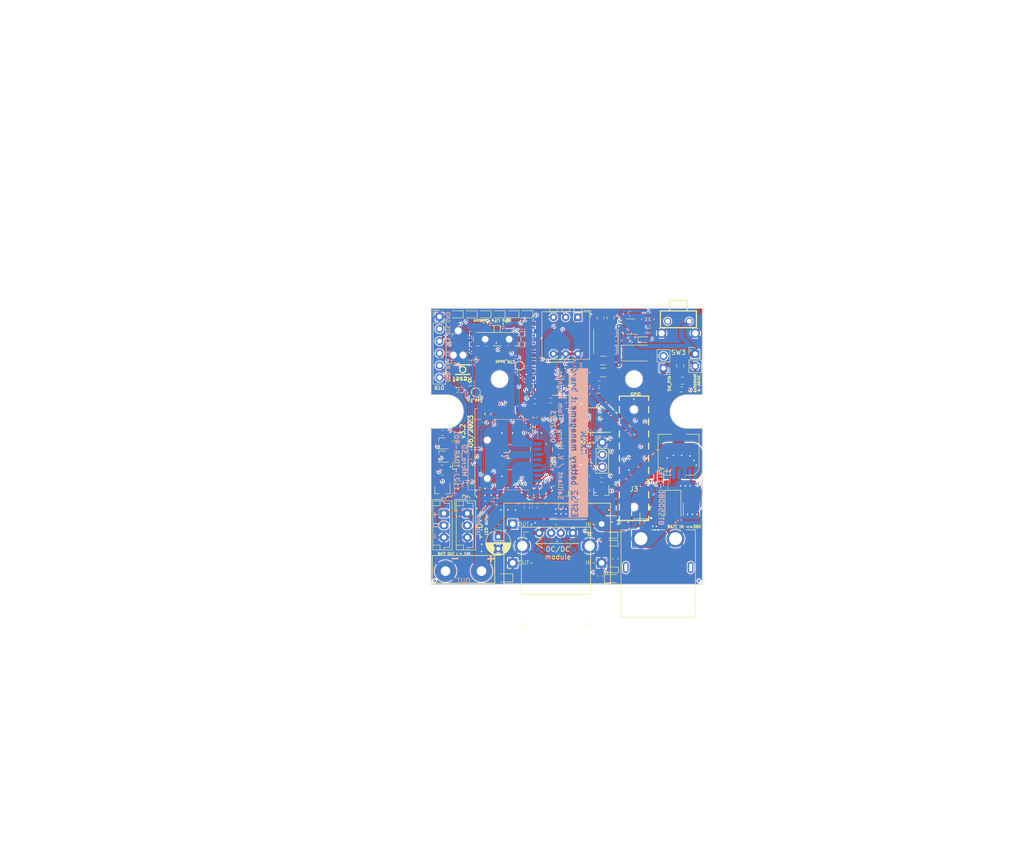
<source format=kicad_pcb>
(kicad_pcb (version 20240108) (generator "pcbnew") (generator_version "8.0")
  (title_block (title "ESP32 battery management module") (date "2023-06-14") (rev "3.2") (company "KXKM") (comment 1 "Fits in enclosures Hammond 1593K / L / X") (comment 2 "Tom Magnier / initial release") (comment 3 "Vivent Henry / one layer component ") (comment 4 "Clément Saillant / XT60 Pcb mounting"))
  (layers (0 "F.Cu" signal) (1 "In1.Cu" signal) (2 "In2.Cu" signal) (31 "B.Cu" signal) (34 "B.Paste" user) (35 "F.Paste" user) (36 "B.SilkS" user "B.Silkscreen") (37 "F.SilkS" user "F.Silkscreen") (38 "B.Mask" user) (39 "F.Mask" user) (44 "Edge.Cuts" user))
  (net 0 "")
  (net 1 "GND")
  (net 2 "/ESP32_EN")
  (net 3 "+3V3")
  (net 4 "+BATT")
  (net 5 "Net-(D12-K)")
  (net 6 "Net-(D3-K)")
  (net 7 "Net-(U3-VFB)")
  (net 8 "/Battery monitoring/VBAT_MEAS")
  (net 9 "Net-(J5-Pin_2)")
  (net 10 "/Battery monitoring/3.3V_EN")
  (net 11 "/Battery monitoring/EN_PUSH_BUTTON")
  (net 12 "/PROG_RTS")
  (net 13 "/Battery monitoring/STM32_RST")
  (net 14 "/ESP32_TXO")
  (net 15 "/PROG_DTR")
  (net 16 "/Battery monitoring/STM32_BOOT")
  (net 17 "/ADC_IN")
  (net 18 "/LED_DATA_1")
  (net 19 "/SPI_CS")
  (net 20 "/SPI_SCK")
  (net 21 "/SPI_MISO")
  (net 22 "/SPI_MOSI")
  (net 23 "/I2C_SDA")
  (net 24 "/I2C_SCL")
  (net 25 "/DMX_DI")
  (net 26 "/DMX_RO")
  (net 27 "/DMX_DE")
  (net 28 "/LED_DATA_2")
  (net 29 "/Power/EN")
  (net 30 "Net-(D5-K)")
  (net 31 "/LED_DATA_OUT_1")
  (net 32 "/LED_DATA_OUT_2")
  (net 33 "VBUS")
  (net 34 "/Battery monitoring/BATT_TYPE_1")
  (net 35 "/Battery monitoring/BATT_TYPE_2")
  (net 36 "/ESP32_BOOT")
  (net 37 "/Battery monitoring/MAIN_OUT_EN")
  (net 38 "/ESP32_RXI")
  (net 39 "/Battery monitoring/ESP32_EN")
  (net 40 "/Battery monitoring/LOAD_I_SENSE")
  (net 41 "/Battery monitoring/LED_BAR_1")
  (net 42 "/Battery monitoring/LED_BAR_3")
  (net 43 "/Battery monitoring/LED_BAR_2")
  (net 44 "/Battery monitoring/LED_BAR_4")
  (net 45 "/I2S_DATA")
  (net 46 "/I2S_BCK")
  (net 47 "/I2S_LRCK")
  (net 48 "Net-(J12-Pin_2)")
  (net 49 "+VSW")
  (net 50 "Net-(D10-A)")
  (net 51 "Net-(D6-K)")
  (net 52 "Net-(D10-K)")
  (net 53 "Net-(J1-Pin_4)")
  (net 54 "Net-(J6-Pin_2)")
  (net 55 "Net-(R12-Pad1)")
  (net 56 "Net-(J6-Pin_3)")
  (net 57 "Net-(J9-D-)")
  (net 58 "Net-(J9-D+)")
  (net 60 "Net-(Q1-B)")
  (net 61 "+BATT_RAW")
  (net 62 "Net-(C11-Pad2)")
  (net 63 "/Battery monitoring/AUTOBOOT_SENSE")
  (net 64 "Net-(Q2-B)")
  (net 65 "Net-(R33-Pad2)")
  (net 66 "Net-(R34-Pad2)")
  (net 67 "Net-(R35-Pad2)")
  (net 68 "Net-(R36-Pad2)")
  (net 69 "/DIP_SWITCH")
  (net 70 "Net-(R38-Pad2)")
  (net 71 "Net-(Q6-D)")
  (net 83 "/SD_CS")
  (net 84 "/SD_DI")
  (net 86 "/SD_SCK")
  (net 87 "/SD_DO")
  (footprint "Connector_Wire:SolderWirePad_1x01_Drill2mm" (layer "F.Cu") (at 106 135.25)
    (property "Reference" "J16" (hide yes))
    (property "Value" "Wire pad" (hide yes))
  )
  (footprint "Connector_Wire:SolderWirePad_1x01_Drill2mm" (layer "F.Cu") (at 113.5 135.25)
    (property "Reference" "J15" (hide yes))
    (property "Value" "Wire pad" (hide yes))
  )
  (footprint "Capacitor_SMD:C_0603_1608Metric" (layer "F.Cu") (at 144.35 81.6)
    (property "Reference" "C26" (hide yes))
    (property "Value" "10nF" (hide yes))
  )
  (footprint "Resistor_SMD:R_0603_1608Metric" (layer "F.Cu") (at 148.125 85.125)
    (property "Reference" "R10" (hide yes))
    (property "Value" "10k/1%" (hide yes))
  )
  (footprint "Resistor_SMD:R_0603_1608Metric" (layer "F.Cu") (at 147.325 82.775 -90)
    (property "Reference" "R9" (hide yes))
    (property "Value" "31.6k/1%" (hide yes))
  )
  (footprint "tom_kicad_lib:USB_A_Female" (layer "F.Cu") (at 129 130)
    (property "Reference" "J9" (hide yes))
    (property "Value" "USB_A" (hide yes))
  )
  (footprint "Capacitor_SMD:C_0603_1608Metric" (layer "F.Cu") (at 148.925 82.8 -90)
    (property "Reference" "C8" (hide yes))
    (property "Value" "20pF" (hide yes))
  )
  (footprint "Resistor_SMD:R_0603_1608Metric" (layer "F.Cu") (at 127.89 99.7 180)
    (property "Reference" "R24" (hide yes))
    (property "Value" "100R" (hide yes))
  )
  (footprint "Resistor_SMD:R_0603_1608Metric" (layer "F.Cu") (at 131.11 99.71)
    (property "Reference" "R25" (hide yes))
    (property "Value" "100R" (hide yes))
  )
  (footprint "TestPoint:TestPoint_Pad_D1.5mm" (layer "F.Cu") (at 112.3 98)
    (property "Reference" "J11" (hide yes))
    (property "Value" "TEST_1P" (hide yes))
  )
  (footprint "Resistor_SMD:R_0603_1608Metric" (layer "F.Cu") (at 135.4582 118.4656 90)
    (property "Reference" "R12" (hide yes))
    (property "Value" "1k/1%" (hide yes))
  )
  (footprint "Resistor_SMD:R_0603_1608Metric" (layer "F.Cu") (at 135.78 112.21 90)
    (property "Reference" "R7" (hide yes))
    (property "Value" "120R" (hide yes))
  )
  (footprint "Package_SO:TSSOP-20_4.4x6.5mm_P0.65mm" (layer "F.Cu") (at 130.5 95.15)
    (property "Reference" "U7" (hide yes))
    (property "Value" "STM32F070F6Px" (hide yes))
  )
  (footprint "MountingHole:MountingHole_3.2mm_M3" (layer "F.Cu") (at 145.25 95.25)
    (property "Reference" "MK2" (hide yes))
    (property "Value" "Mounting_Hole" (hide yes))
  )
  (footprint "MountingHole:MountingHole_3.2mm_M3" (layer "F.Cu") (at 117.25 95.25)
    (property "Reference" "MK1" (hide yes))
    (property "Value" "Mounting_Hole" (hide yes))
  )
  (footprint "LED_SMD:LED_0603_1608Metric" (layer "F.Cu") (at 114 81.75 180)
    (property "Reference" "D7" (hide yes))
    (property "Value" "Green" (hide yes))
  )
  (footprint "LED_SMD:LED_0603_1608Metric" (layer "F.Cu") (at 111.1 81.75 180)
    (property "Reference" "D6" (hide yes))
    (property "Value" "Green")
  )
  (footprint "LED_SMD:LED_0603_1608Metric" (layer "F.Cu") (at 108.2 81.75 180)
    (property "Reference" "D5" (hide yes))
    (property "Value" "Green" (hide yes))
  )
  (footprint "LED_SMD:LED_0603_1608Metric" (layer "F.Cu") (at 119.8 81.75 180)
    (property "Reference" "D9" (hide yes))
    (property "Value" "Yellow")
  )
  (footprint "LED_SMD:LED_0603_1608Metric" (layer "F.Cu") (at 116.9 81.75 180)
    (property "Reference" "D8" (hide yes))
    (property "Value" "Yellow" (hide yes))
  )
  (footprint "LED_SMD:LED_0603_1608Metric" (layer "F.Cu") (at 122.7 81.75 180)
    (property "Reference" "D10" (hide yes))
    (property "Value" "Red")
  )
  (footprint "Connector_PinHeader_2.54mm:PinHeader_1x06_P2.54mm_Vertical" (layer "F.Cu") (at 104.75 82.25)
    (property "Reference" "J1" (hide yes))
    (property "Value" "Conn_01x06" (hide yes))
  )
  (footprint "Capacitor_SMD:C_0603_1608Metric" (layer "F.Cu") (at 124.5108 94.996 180)
    (property "Reference" "C24" (hide yes))
    (property "Value" "0.1uF" (hide yes))
  )
  (footprint "Capacitor_SMD:C_0603_1608Metric" (layer "F.Cu") (at 135.5 93.9 90)
    (property "Reference" "C23" (hide yes))
    (property "Value" "0.1uF" (hide yes))
  )
  (footprint "Capacitor_SMD:C_0603_1608Metric" (layer "F.Cu") (at 124.075 96.69 180)
    (property "Reference" "C22" (hide yes))
    (property "Value" "0.1uF" (hide yes))
  )
  (footprint "Capacitor_SMD:C_0603_1608Metric" (layer "F.Cu") (at 134.85 107.4)
    (property "Reference" "C3" (hide yes))
    (property "Value" "0.1uF" (hide yes))
  )
  (footprint "Capacitor_SMD:CP_Elec_8x10" (layer "F.Cu") (at 154.5336 110.998 90)
    (property "Reference" "C6" (hide yes))
    (property "Value" "100uF,50V" (hide yes))
  )
  (footprint "Button_Switch_SMD:SW_SP3T_PCM13" (layer "F.Cu") (at 116.75 87.25 180)
    (property "Reference" "SW4" (hide yes))
    (property "Value" "SW_SP3T" (hide yes))
  )
  (footprint "Fuse:Fuse_1812_4532Metric" (layer "F.Cu") (at 157.226 122.3772 -90)
    (property "Reference" "F1" (hide yes))
    (property "Value" "0.5A/30V" (hide yes))
  )
  (footprint "easyeda2kicad:HDR-SMD_20P-P2.54-V-F-R2-C10-S2.54-LS7.2-1" (layer "F.Cu") (at 145.25 111.75 180)
    (property "Reference" "J3")
    (property "Value" "Conn_02x10_Odd_Even")
  )
  (footprint "Resistor_SMD:R_0603_1608Metric" (layer "F.Cu") (at 134.6 99.6)
    (property "Reference" "R11" (hide yes))
    (property "Value" "10k" (hide yes))
  )
  (footprint "Capacitor_SMD:C_0603_1608Metric" (layer "F.Cu") (at 105.24 113.63)
    (property "Reference" "C1" (hide yes))
    (property "Value" "1uF" (hide yes))
  )
  (footprint "Resistor_SMD:R_0603_1608Metric" (layer "F.Cu") (at 138.0236 96.1136)
    (property "Reference" "R16" (hide yes))
    (property "Value" "31.6k/1%" (hide yes))
  )
  (footprint "Resistor_SMD:R_0603_1608Metric" (layer "F.Cu") (at 138.0236 97.6376 180)
    (property "Reference" "R15" (hide yes))
    (property "Value" "270k/1%" (hide yes))
  )
  (footprint "Diode_SMD:D_SMA" (layer "F.Cu") (at 146 89.825)
    (property "Reference" "D3" (hide yes))
    (property "Value" "1A/100V" (hide yes))
  )
  (footprint "Diode_SMD:D_SOD-523" (layer "F.Cu") (at 147.225 87.025)
    (property "Reference" "D12" (hide yes))
    (property "Value" "1N4148WT" (hide yes))
  )
  (footprint "Package_TO_SOT_SMD:SOT-23-6" (layer "F.Cu") (at 144.55 84.3 180)
    (property "Reference" "U3" (hide yes))
    (property "Value" "MCP16331T-E/CH" (hide yes))
  )
  (footprint "Capacitor_SMD:C_0805_2012Metric" (layer "F.Cu") (at 140.35 82.5 90)
    (property "Reference" "C9" (hide yes))
    (property "Value" "10uF" (hide yes))
  )
  (footprint "easyeda2kicad:KEY-TH_TC-6615-5.5-160G" (layer "F.Cu") (at 154.5 84.4375 180)
    (property "Reference" "SW3")
    (property "Value" "SW_Push")
  )
  (footprint "Capacitor_SMD:C_0603_1608Metric" (layer "F.Cu") (at 135.5 97.15 -90)
    (property "Reference" "C21" (hide yes))
    (property "Value" "1nF" (hide yes))
  )
  (footprint "Diode_SMD:D_SMA" (layer "F.Cu") (at 153.3652 121.8184 -90)
    (property "Reference" "D11" (hide yes))
    (property "Value" "1A/100V" (hide yes))
  )
  (footprint "Capacitor_SMD:C_1206_3216Metric" (layer "F.Cu") (at 138.85 93.875 180)
    (property "Reference" "C4" (hide yes))
    (property "Value" "10uF/50V" (hide yes))
  )
  (footprint "Capacitor_SMD:C_1206_3216Metric" (layer "F.Cu") (at 138.85 91.375 180)
    (property "Reference" "C5" (hide yes))
    (property "Value" "10uF/50V" (hide yes))
  )
  (footprint "Diode_SMD:D_SOD-323" (layer "F.Cu") (at 133.5 118 90)
    (property "Reference" "D13" (hide yes))
    (property "Value" "Zener/3V/300mW" (hide yes))
  )
  (footprint "Package_SO:SOIC-8_3.9x4.9mm_P1.27mm" (layer "F.Cu") (at 136.9 103.8 180)
    (property "Reference" "U2" (hide yes))
    (property "Value" "SP3485CN" (hide yes))
  )
  (footprint "Connector_PinHeader_2.54mm:PinHeader_1x03_P2.54mm_Vertical" (layer "F.Cu") (at 138.65 108.45)
    (property "Reference" "J6" (hide yes))
    (property "Value" "Conn_01x03" (hide yes))
  )
  (footprint "Capacitor_SMD:C_0805_2012Metric" (layer "F.Cu") (at 138.3 82.525 90)
    (property "Reference" "C10" (hide yes))
    (property "Value" "10uF" (hide yes))
  )
  (footprint "Resistor_SMD:R_0603_1608Metric" (layer "F.Cu") (at 138.5 116.25)
    (property "Reference" "R21" (hide yes))
    (property "Value" "10k" (hide yes))
  )
  (footprint "Capacitor_SMD:C_0603_1608Metric" (layer "F.Cu") (at 144.25 87 180)
    (property "Reference" "C7" (hide yes))
    (property "Value" "0.1uF" (hide yes))
  )
  (footprint "Fiducial:Fiducial_0.5mm_Mask1mm" (layer "F.Cu") (at 158.75 137.25)
    (property "Reference" "FID2" (hide yes))
    (property "Value" "Fiducial" (hide yes))
  )
  (footprint "Fiducial:Fiducial_0.5mm_Mask1mm" (layer "F.Cu") (at 103.5 81)
    (property "Reference" "FID3" (hide yes))
    (property "Value" "Fiducial" (hide yes))
  )
  (footprint "Fiducial:Fiducial_0.5mm_Mask1mm" (layer "F.Cu") (at 103.75 137.25)
    (property "Reference" "FID1" (hide yes))
    (property "Value" "Fiducial" (hide yes))
  )
  (footprint "Resistor_SMD:R_0603_1608Metric" (layer "F.Cu") (at 108.712 110.744)
    (property "Reference" "R17" (hide yes))
    (property "Value" "10k" (hide yes))
  )
  (footprint "Resistor_SMD:R_0603_1608Metric" (layer "F.Cu") (at 129 125)
    (property "Reference" "R31" (hide yes))
    (property "Value" "0R" (hide yes))
  )
  (footprint "Package_TO_SOT_SMD:SOT-23" (layer "F.Cu") (at 109.07 113.284 -90)
    (property "Reference" "Q4" (hide yes))
    (property "Value" "2N7002" (hide yes))
  )
  (footprint "Resistor_SMD:R_0603_1608Metric" (layer "F.Cu") (at 105.36 115.72)
    (property "Reference" "R18" (hide yes))
    (property "Value" "10k" (hide yes))
  )
  (footprint "Package_TO_SOT_SMD:SOT-23" (layer "F.Cu") (at 105.36 118.35 -90)
    (property "Reference" "Q5" (hide yes))
    (property "Value" "2N7002" (hide yes))
  )
  (footprint "Resistor_SMD:R_0603_1608Metric" (layer "F.Cu") (at 108.6796 116.586 -90)
    (property "Reference" "R20" (hide yes))
    (property "Value" "10k" (hide yes))
  )
  (footprint "tom_kicad_lib:DC_DC_Buck_module_22x17mm" (layer "F.Cu") (at 129.25 129.5 180)
    (property "Reference" "U5" (hide yes))
    (property "Value" "DC_DC_POL" (hide yes))
  )
  (footprint "Package_TO_SOT_SMD:SOT-23" (layer "F.Cu") (at 138.43 118.729 -90)
    (property "Reference" "Q6" (hide yes))
    (property "Value" "2N7002" (hide yes))
  )
  (footprint "Resistor_SMD:R_0603_1608Metric" (layer "F.Cu") (at 110.236 116.586 -90)
    (property "Reference" "R19" (hide yes))
    (property "Value" "10k" (hide yes))
  )
  (footprint "Resistor_SMD:R_0603_1608Metric" (layer "F.Cu") (at 135.4582 115.3414 90)
    (property "Reference" "R22" (hide yes))
    (property "Value" "1k/1%" (hide yes))
  )
  (footprint "Resistor_SMD:R_0603_1608Metric" (layer "F.Cu") (at 108.5 97.5 180)
    (property "Reference" "R2" (hide yes))
    (property "Value" "1k" (hide yes))
  )
  (footprint "Resistor_SMD:R_0603_1608Metric" (layer "F.Cu") (at 124.62 99.86)
    (property "Reference" "R27" (hide yes))
    (property "Value" "100R" (hide yes))
  )
  (footprint "Connector:Tag-Connect_TC2030-IDC-NL_2x03_P1.27mm_Vertical" (layer "F.Cu") (at 108.64 87.7 -90)
    (property "Reference" "P1" (hide yes))
    (property "Value" "TC_SWD" (hide yes))
  )
  (footprint "easyeda2kicad:SW-SMD_L3.0-W2.0-LS3.5" (layer "F.Cu") (at 109.58 93.27)
    (property "Reference" "SW1" (hide yes))
    (property "Value" "SW_Push")
  )
  (footprint "Connector_JST:JST_EH_B3B-EH-A_1x03_P2.50mm_Vertical" (layer "F.Cu") (at 110.536 123.23 -90)
    (property "Reference" "J8" (hide yes))
    (property "Value" "Conn_01x03")
  )
  (footprint "Connector_JST:JST_EH_B3B-EH-A_1x03_P2.50mm_Vertical" (layer "F.Cu") (at 105.664 123.23 -90)
    (property "Reference" "J7" (hide yes))
    (property "Value" "Conn_01x03")
  )
  (footprint "Capacitor_SMD:C_0603_1608Metric" (layer "F.Cu") (at 114.3255 121.158 180)
    (property "Reference" "C2" (hide yes))
    (property "Value" "0.1uF" (hide yes))
  )
  (footprint "Resistor_SMD:R_0603_1608Metric" (layer "F.Cu") (at 122.95 122 -90)
    (property "Reference" "R3" (hide yes))
    (property "Value" "10k" (hide yes))
  )
  (footprint "Resistor_SMD:R_0603_1608Metric" (layer "F.Cu") (at 124.6 122 -90)
    (property "Reference" "R4" (hide yes))
    (property "Value" "10k" (hide yes))
  )
  (footprint "RF_Module:ESP32-WROOM-32U" (layer "F.Cu") (at 121.85 110.5 90)
    (property "Reference" "U1" (hide yes))
    (property "Value" "ESP32-WROOM")
  )
  (footprint "Inductor_SMD:L_Taiyo-Yuden_NR-50xx" (layer "F.Cu") (at 139.4 87.375 90)
    (property "Reference" "L1" (hide yes))
    (property "Value" "15uH,1.5A" (hide yes))
  )
  (footprint "TestPoint:TestPoint_Pad_D1.5mm" (layer "F.Cu") (at 121.412 92.456)
    (property "Reference" "J2" (hide yes))
    (property "Value" "TEST_1P" (hide yes))
  )
  (footprint "Package_TO_SOT_SMD:SOT-323_SC-70" (layer "F.Cu") (at 105.32 108.64 180)
    (property "Reference" "Q1" (hide yes))
    (property "Value" "BC847W" (hide yes))
  )
  (footprint "Package_TO_SOT_SMD:SOT-323_SC-70" (layer "F.Cu") (at 105.32 111.39 180)
    (property "Reference" "Q2" (hide yes))
    (property "Value" "BC847W" (hide yes))
  )
  (footprint "Resistor_SMD:R_0603_1608Metric" (layer "F.Cu") (at 105.32 106.46)
    (property "Reference" "R6" (hide yes))
    (property "Value" "10k" (hide yes))
  )
  (footprint "Resistor_SMD:R_0603_1608Metric" (layer "F.Cu") (at 107.95 108.204 -90)
    (property "Reference" "R5" (hide yes))
    (property "Value" "10k" (hide yes))
  )
  (footprint "Capacitor_SMD:C_0805_2012Metric" (layer "F.Cu") (at 155.321 95.5548 180)
    (property "Reference" "C11" (hide yes))
    (property "Value" "10uF")
  )
  (footprint "Diode_SMD:D_SOD-323" (layer "F.Cu") (at 140.5636 136.8298)
    (property "Reference" "D14" (hide yes))
    (property "Value" "Zener/3V/300mW")
  )
  (footprint "Connector_PinHeader_2.54mm:PinHeader_1x02_P2.54mm_Vertical" (layer "F.Cu") (at 158.0134 89.9872)
    (property "Reference" "J5" (hide yes))
    (property "Value" "Conn_01x02")
  )
  (footprint "Resistor_SMD:R_0603_1608Metric" (layer "F.Cu") (at 124.025 98.225)
    (property "Reference" "R26" (hide yes))
    (property "Value" "100R" (hide yes))
  )
  (footprint "Resistor_SMD:R_0603_1608Metric" (layer "F.Cu") (at 124.24 90.254 180)
    (property "Reference" "R33" (hide yes))
    (property "Value" "22k")
  )
  (footprint "Resistor_SMD:R_0603_1608Metric" (layer "F.Cu") (at 124.24 91.89)
    (property "Reference" "R34" (hide yes))
    (property "Value" "22k")
  )
  (footprint "Resistor_SMD:R_0603_1608Metric" (layer "F.Cu") (at 124.24 88.618)
    (property "Reference" "R35" (hide yes))
    (property "Value" "10k")
  )
  (footprint "Resistor_SMD:R_0603_1608Metric" (layer "F.Cu") (at 124.24 83.71)
    (property "Reference" "R36" (hide yes))
    (property "Value" "22k")
  )
  (footprint "Resistor_SMD:R_0603_1608Metric" (layer "F.Cu") (at 124.24 85.346 180)
    (property "Reference" "R37" (hide yes))
    (property "Value" "10k")
  )
  (footprint "Resistor_SMD:R_0603_1608Metric" (layer "F.Cu") (at 124.24 86.982)
    (property "Reference" "R38" (hide yes))
    (property "Value" "22k")
  )
  (footprint "Button_Switch_THT:SW_DIP_SPSTx03_Piano_CTS_Series194-3MSTN_W7.62mm_P2.54mm" (layer "F.Cu") (at 133.56 82.36 -90)
    (property "Reference" "SW2" (hide yes))
    (property "Value" "SW_DIP_x03")
  )
  (footprint "Resistor_SMD:R_0603_1608Metric" (layer "F.Cu") (at 124.61 93.53 180)
    (property "Reference" "R23" (hide yes))
    (property "Value" "1k" (hide yes))
  )
  (footprint "Resistor_SMD:R_0603_1608Metric" (layer "F.Cu") (at 138.176 136.271 -90)
    (property "Reference" "R8" (hide yes))
    (property "Value" "470R" (hide yes))
  )
  (footprint "Diode_SMD:D_SOD-523" (layer "F.Cu") (at 140.843 135.001 180)
    (property "Reference" "D15" (hide yes))
    (property "Value" "1N4148WT")
  )
  (footprint "XT60PW-M:AMASS_XT60PW-M" (layer "F.Cu") (at 150.2918 134.49545 180)
    (property "Reference" "J10" (hide yes))
    (property "Value" "XT60PW-M")
  )
  (footprint "Diode_SMD:D_SOD-523" (layer "F.Cu") (at 140.716 127.7874 180)
    (property "Reference" "D1" (hide yes))
    (property "Value" "1N4148WT" (hide yes))
  )
  (footprint "Resistor_SMD:R_0603_1608Metric" (layer "F.Cu") (at 155.1178 97.3836)
    (property "Reference" "R28" (hide yes))
    (property "Value" "470R")
  )
  (footprint "Capacitor_THT:CP_Radial_D5.0mm_P2.50mm" (layer "F.Cu") (at 116.9924 128.080888 -90)
    (property "Reference" "C13" (hide yes))
    (property "Value" "220uF")
  )
  (footprint "Capacitor_SMD:C_0805_2012Metric" (layer "F.Cu") (at 154.8638 92.4814 -90)
    (property "Reference" "C12" (hide yes))
    (property "Value" "10uF")
  )
  (footprint "Connector_PinHeader_2.54mm:PinHeader_1x02_P2.54mm_Vertical" (layer "F.Cu") (at 151.384 92.969 180)
    (property "Reference" "J12" (hide yes))
    (property "Value" "Conn_01x02_Socket")
  )
  (footprint "Diode_SMD:D_SOD-523" (layer "F.Cu") (at 140.7414 129.4384 180)
    (property "Reference" "D4" (hide yes))
    (property "Value" "1N4148WT" (hide yes))
  )
  (footprint "Resistor_SMD:R_0603_1608Metric" (layer "F.Cu") (at 141.351 132.715 -90)
    (property "Reference" "R1" (hide yes))
    (property "Value" "10k/1%" (hide yes))
  )
  (footprint "Diode_SMD:D_SOD-323" (layer "F.Cu") (at 118.5164 136.652 180)
    (property "Reference" "D2" (hide yes))
    (property "Value" "Zener/3V/300mW" (hide yes))
  )
  (footprint "Fiducial:Fiducial_0.5mm_Mask1mm" (layer "B.Cu") (at 158.75 137.25)
    (property "Reference" "FID4" (hide yes))
    (property "Value" "Fiducial" (hide yes))
  )
  (footprint "Fiducial:Fiducial_0.5mm_Mask1mm" (layer "B.Cu") (at 103.75 137.25)
    (property "Reference" "FID5" (hide yes))
    (property "Value" "Fiducial" (hide yes))
  )
  (footprint "Fiducial:Fiducial_0.5mm_Mask1mm" (layer "B.Cu") (at 158.75 81.25)
    (property "Reference" "FID6" (hide yes))
    (property "Value" "Fiducial" (hide yes))
  )
  (footprint "Resistor_SMD:R_0603_1608Metric" (layer "B.Cu") (at 132 130.75 180)
    (property "Reference" "R13" (hide yes))
    (property "Value" "DNP" (hide yes))
  )
  (footprint "Resistor_SMD:R_0603_1608Metric" (layer "B.Cu") (at 126 130.75)
    (property "Reference" "R29" (hide yes))
    (property "Value" "DNP" (hide yes))
  )
  (footprint "Resistor_SMD:R_0603_1608Metric" (layer "B.Cu") (at 126 129.25 180)
    (property "Reference" "R30" (hide yes))
    (property "Value" "DNP" (hide yes))
  )
  (footprint "Resistor_SMD:R_0603_1608Metric" (layer "B.Cu") (at 132 129.25)
    (property "Reference" "R14" (hide yes))
    (property "Value" "DNP" (hide yes))
  )
  (footprint "KiCad:112JTDARR01" (layer "B.Cu") (at 117.947 110.998 90)
    (property "Reference" "J4")
    (property "Value" "112J-TDAR-R01" (hide yes))
  )
  (footprint "Package_TO_SOT_SMD:TO-252-4" (layer "B.Cu") (at 155.7772 119.209 -90)
    (property "Reference" "U4" (hide yes))
    (property "Value" "BTS50080-1TEA" (hide yes))
  )
  (gr_line (start 116.25 137.75) (end 103.25 137.75) (stroke (width 0.15)) (layer "F.SilkS"))
  (gr_line (start 103.25 137.75) (end 103.25 132) (stroke (width 0.15)) (layer "F.SilkS"))
  (gr_line (start 116.25 132) (end 103.25 132) (stroke (width 0.15)) (layer "F.SilkS"))
  (gr_line (start 116.25 137.75) (end 116.25 132) (stroke (width 0.15)) (layer "F.SilkS"))
  (gr_arc (start 156.25 105.5) (mid 152.75 102) (end 156.25 98.5) (stroke (width 0.15)) (layer "Edge.Cuts"))
  (gr_line (start 159.5 105.5) (end 156.25 105.5) (stroke (width 0.15)) (layer "Edge.Cuts"))
  (gr_line (start 106.25 98.5) (end 103 98.5) (stroke (width 0.15)) (layer "Edge.Cuts"))
  (gr_line (start 103 105.5) (end 106.25 105.5) (stroke (width 0.15)) (layer "Edge.Cuts"))
  (gr_arc (start 106.25 98.5) (mid 109.75 102) (end 106.25 105.5) (stroke (width 0.15)) (layer "Edge.Cuts"))
  (gr_line (start 103 138) (end 103 105.5) (stroke (width 0.15)) (layer "Edge.Cuts"))
  (gr_line (start 159.5 98.5) (end 156.25 98.5) (stroke (width 0.15)) (layer "Edge.Cuts"))
  (gr_line (start 159.5 80.5) (end 159.5 98.5) (stroke (width 0.15)) (layer "Edge.Cuts"))
  (gr_line (start 159.5 138) (end 103 138) (stroke (width 0.15)) (layer "Edge.Cuts"))
  (gr_line (start 159.5 105.5) (end 159.5 138) (stroke (width 0.15)) (layer "Edge.Cuts"))
  (gr_line (start 103 80.5) (end 159.5 80.5) (stroke (width 0.15)) (layer "Edge.Cuts"))
  (gr_line (start 103 98.5) (end 103 80.5) (stroke (width 0.15)) (layer "Edge.Cuts"))
  (gr_text "+" (at 115.5 132.5 0) (layer "B.SilkS") (effects (font (size 1.5 1.5) (thickness 0.3)) (justify mirror)))
  (gr_text "-" (at 108 132.5 0) (layer "B.SilkS") (effects (font (size 1.5 1.5) (thickness 0.3)) (justify mirror)))
  (gr_text "2\n\n\n1" (at 108.1 120 270) (layer "B.SilkS") (effects (font (size 1 1)) (justify mirror)))
  (gr_text "- D +" (at 103.9 125.7 270) (layer "B.SilkS") (effects (font (size 1.2 1.2) (thickness 0.2)) (justify mirror)))
  (gr_text "Micro_SD\n112J-TDAR-R01" (at 109.1 112.2 270) (layer "B.SilkS") (effects (font (size 1 1) (thickness 0.2)) (justify mirror)))
  (gr_text "C. Saillant / V. Henry / Tom Magnier\nv3.2 - 06/2023" (at 129.159 108.1 270) (layer "B.SilkS") (effects (font (size 1 1) (thickness 0.2)) (justify mirror)))
  (gr_text "OUT" (at 109.75 137.25 0) (layer "B.SilkS") (effects (font (size 1 1)) (justify mirror)))
  (gr_text "BTS50080-1TEA" (at 150.9 119.6 270) (layer "B.SilkS") (effects (font (size 1 1) (thickness 0.2)) (justify mirror)))
  (gr_text "LED strip" (at 112.8 125.7 -90) (layer "B.SilkS") (effects (font (size 0.6 0.6)) (justify mirror)))
  (gr_text "DTR RX  TX 3V3 RTS GND" (at 106.5 88.5 270) (layer "B.SilkS") (effects (font (size 0.8 0.75)) (justify mirror)))
  (gr_text "KXKM\nESP32 battery management board" (at 133.8 108.5 270) (layer "B.SilkS" knockout) (effects (font (size 1.2 1.2) (thickness 0.25)) (justify mirror)))
  (gr_text "+" (at 115.4 132.6 0) (layer "F.SilkS") (effects (font (size 1.5 1.5) (thickness 0.3))))
  (gr_text "DTR" (at 104.71 96.96 180) (layer "F.SilkS") (effects (font (size 0.8 0.75))))
  (gr_text "DMX =>\n\nGnd\nB\nA" (at 133.3 110.4 0) (layer "F.SilkS") (effects (font (size 0.6 0.6)) (justify left)))
  (gr_text "BATT IN <=30V" (at 155.7 126 0) (layer "F.SilkS") (effects (font (size 0.6 0.6))))
  (gr_text "LED strip" (at 114.5 125.7 90) (layer "F.SilkS") (effects (font (size 0.6 0.6))))
  (gr_text "- D +" (at 113.1 125.8 90) (layer "F.SilkS") (effects (font (size 1.2 1.2) (thickness 0.2))))
  (gr_text "1\n\n2" (at 108.458 119.634 90) (layer "F.SilkS") (effects (font (size 1 1))))
  (gr_text "Reset" (at 109.5 95.3 180) (layer "F.SilkS") (effects (font (size 1 1) (thickness 0.2))))
  (gr_text "-" (at 108 132.55 0) (layer "F.SilkS") (effects (font (size 1.5 1.5) (thickness 0.3))))
  (gr_text "Esp_En" (at 112.1 99.7 180) (layer "F.SilkS") (effects (font (size 0.6 0.6) (thickness 0.15) (bold yes))))
  (gr_text "DC/DC\nmodule" (at 129.4 131.5 0) (layer "F.SilkS") (effects (font (size 1 1))))
  (gr_text "SW_PIN" (at 152.6 96.2 90) (layer "F.SilkS") (effects (font (size 0.6 0.6))))
  (gr_text "v3.2\n06/2023" (at 110.4 106.1 90) (layer "F.SilkS") (effects (font (size 1 1) (thickness 0.2))))
  (gr_text "GPIO" (at 144.4 98.4 0) (layer "F.SilkS") (effects (font (size 0.6 0.6)) (justify left)))
  (gr_text "6-30VDC" (at 158.7754 96.0882 90) (layer "F.SilkS") (effects (font (size 0.5 0.5) (thickness 0.125))))
  (gr_text "STM_boot" (at 118.5 91.6 180) (layer "F.SilkS") (effects (font (size 0.6 0.6) (thickness 0.15) (bold yes))))
  (gr_text "LiPo LiFe Custom" (at 115.74 83.05 180) (layer "F.SilkS") (effects (font (size 0.6 0.6))))
  (gr_text "BATT OUT : < 10A" (at 107.8 131.6 0) (layer "F.SilkS") (effects (font (size 0.5 0.5) (thickness 0.125))))
  (gr_text "autoboot" (at 157.9 96.1 90) (layer "F.SilkS") (effects (font (size 0.6 0.6))))
  (gr_text "1" (at 142 125 0) (layer "F.SilkS") (effects (font (size 1 1) (thickness 0.2))))
  (segment (start 115.25 88.68) (end 115.57 88.68) (width 0.25) (layer "F.Cu") (net 1))
  (segment (start 123.8225 93.53) (end 123.8225 95.09) (width 0.25) (layer "F.Cu") (net 1))
  (segment (start 115.57 88.68) (end 116.575 87.675) (width 0.25) (layer "F.Cu") (net 1))
  (segment (start 145.2 99.4) (end 146.12 100.32) (width 1) (layer "F.Cu") (net 1))
  (segment (start 136.5125 81.5875) (end 136.4 81.7) (width 0.25) (layer "F.Cu") (net 1))
  (segment (start 113.595 119) (end 112.975 119) (width 0.25) (layer "F.Cu") (net 1))
  (segment (start 146.12 100.32) (end 147.77 100.32) (width 1) (layer "F.Cu") (net 1))
  (segment (start 106.92 113.63) (end 107.05 113.5) (width 0.25) (layer "F.Cu") (net 1))
  (segment (start 138.3 81.5875) (end 136.5125 81.5875) (width 0.25) (layer "F.Cu") (net 1))
  (segment (start 106.0275 113.63) (end 106.92 113.63) (width 0.25) (layer "F.Cu") (net 1))
  (segment (start 123.8225 93.53) (end 123.545 93.53) (width 0.25) (layer "F.Cu") (net 1))
  (segment (start 112.975 119) (end 112.4 118.425) (width 0.25) (layer "F.Cu") (net 1))
  (segment (start 123.545 93.53) (end 122.825 94.25) (width 0.25) (layer "F.Cu") (net 1))
  (segment (start 138.325 81.5625) (end 138.3 81.5875) (width 0.25) (layer "F.Cu") (net 1))
  (segment (start 140.35 81.5625) (end 138.325 81.5625) (width 0.25) (layer "F.Cu") (net 1))
  (segment (start 123.8225 95.09) (end 123.8125 95.1) (width 0.25) (layer "F.Cu") (net 1))
  (via (at 129.2352 129.0574) (size 0.6) (drill 0.3) (layers "F.Cu" "B.Cu") (net 1))
  (via (at 110.05 94.8) (size 0.6) (drill 0.3) (layers "F.Cu" "B.Cu") (net 1))
  (via (at 117.75 115.5) (size 0.6) (drill 0.3) (layers "F.Cu" "B.Cu") (net 1))
  (via (at 137.16 118.872) (size 0.6) (drill 0.3) (layers "F.Cu" "B.Cu") (net 1))
  (via (at 107.05 113.5) (size 0.6) (drill 0.3) (layers "F.Cu" "B.Cu") (net 1))
  (via (at 112.4 118.425) (size 0.6) (drill 0.3) (layers "F.Cu" "B.Cu") (net 1))
  (via (at 124.6886 125.1712) (size 0.6) (drill 0.3) (layers "F.Cu" "B.Cu") (net 1))
  (via (at 126 106.5) (size 0.6) (drill 0.3) (layers "F.Cu" "B.Cu") (net 1))
  (via (at 144.1704 114.2238) (size 0.6) (drill 0.3) (layers "F.Cu" "B.Cu") (net 1))
  (via (at 130.9116 92.9894) (size 0.6) (drill 0.3) (layers "F.Cu" "B.Cu") (net 1))
  (via (at 123.25 106.5) (size 0.6) (drill 0.3) (layers "F.Cu" "B.Cu") (net 1))
  (via (at 112.522 122.174) (size 0.6) (drill 0.3) (layers "F.Cu" "B.Cu") (net 1))
  (via (at 145.2 99.4) (size 0.6) (drill 0.3) (layers "F.Cu" "B.Cu") (net 1))
  (via (at 116.575 87.675) (size 0.6) (drill 0.3) (layers "F.Cu" "B.Cu") (net 1))
  (via (at 117.75 106.5) (size 0.6) (drill 0.3) (layers "F.Cu" "B.Cu") (net 1))
  (via (at 117.983 83.693) (size 0.6) (drill 0.3) (layers "F.Cu" "B.Cu") (net 1))
  (via (at 136.4 81.7) (size 0.6) (drill 0.3) (layers "F.Cu" "B.Cu") (net 1))
  (via (at 122.825 94.25) (size 0.6) (drill 0.3) (layers "F.Cu" "B.Cu") (net 1))
  (via (at 120 106.5) (size 0.6) (drill 0.3) (layers "F.Cu" "B.Cu") (net 1))
  (via (at 117.75 111.25) (size 0.6) (drill 0.3) (layers "F.Cu" "B.Cu") (net 1))
  (segment (start 104.715 111.39) (end 105.05 111.725) (width 0.25) (layer "F.Cu") (net 2))
  (segment (start 104.32 111.39) (end 104.715 111.39) (width 0.25) (layer "F.Cu") (net 2))
  (segment (start 134.25 100.375001) (end 134.25 100.0375) (width 0.25) (layer "F.Cu") (net 2))
  (segment (start 104.4525 114.3525) (end 104.625 114.525) (width 0.25) (layer "F.Cu") (net 2))
  (segment (start 113.3348 99.1108) (end 113.3348 99.0348) (width 0.25) (layer "F.Cu") (net 2))
  (segment (start 116.135 119) (end 116.135 117.46) (width 0.25) (layer "F.Cu") (net 2))
  (segment (start 104.4525 113.63) (end 104.4525 114.3525) (width 0.25) (layer "F.Cu") (net 2))
  (segment (start 134.25 100.0375) (end 133.8125 99.6) (width 0.25) (layer "F.Cu") (net 2))
  (segment (start 104.4525 111.5225) (end 104.32 111.39) (width 0.25) (layer "F.Cu") (net 2))
  (segment (start 113.3348 99.0348) (end 112.3 98) (width 0.25) (layer "F.Cu") (net 2))
  (segment (start 104.4525 113.63) (end 104.4525 111.5225) (width 0.25) (layer "F.Cu") (net 2))
  (segment (start 116.135 117.46) (end 116.05 117.375) (width 0.25) (layer "F.Cu") (net 2))
  (via (at 116.05 117.375) (size 0.6) (drill 0.3) (layers "F.Cu" "B.Cu") (net 2))
  (via (at 116.05 114.525) (size 0.6) (drill 0.3) (layers "F.Cu" "B.Cu") (net 2))
  (via (at 112.525 111.375) (size 0.6) (drill 0.3) (layers "F.Cu" "B.Cu") (net 2))
  (via (at 113.3348 99.1108) (size 0.6) (drill 0.3) (layers "F.Cu" "B.Cu") (net 2))
  (via (at 105.05 111.725) (size 0.6) (drill 0.3) (layers "F.Cu" "B.Cu") (net 2))
  (via (at 104.625 114.525) (size 0.6) (drill 0.3) (layers "F.Cu" "B.Cu") (net 2))
  (via (at 134.25 100.375001) (size 0.6) (drill 0.3) (layers "F.Cu" "B.Cu") (net 2))
  (segment (start 112.150001 111.000001) (end 112.525 111.375) (width 0.25) (layer "B.Cu") (net 2))
  (segment (start 116.05 114.525) (end 115.8494 114.7256) (width 0.25) (layer "B.Cu") (net 2))
  (segment (start 115.8494 114.7256) (end 115.8494 115.836227) (width 0.25) (layer "B.Cu") (net 2))
  (segment (start 115.8494 115.836227) (end 116.05 116.036827) (width 0.25) (layer "B.Cu") (net 2))
  (segment (start 112.150001 100.295599) (end 112.150001 111.000001) (width 0.25) (layer "B.Cu") (net 2))
  (segment (start 116.05 116.036827) (end 116.05 117.375) (width 0.25) (layer "B.Cu") (net 2))
  (segment (start 113.3348 99.1108) (end 112.150001 100.295599) (width 0.25) (layer "B.Cu") (net 2))
  (segment (start 110.02 111.2645) (end 109.4995 110.744) (width 0.4) (layer "F.Cu") (net 3))
  (segment (start 129.2802 94.9198) (end 129.25 94.95) (width 0.4) (layer "F.Cu") (net 3))
  (segment (start 148.125 81.825) (end 148.2875 81.9875) (width 0.6) (layer "F.Cu") (net 3))
  (segment (start 128.48 89.98) (end 133.56 89.98) (width 0.6) (layer "F.Cu") (net 3))
  (segment (start 114.583 121.158) (end 120.65 121.158) (width 0.4) (layer "F.Cu") (net 3))
  (segment (start 133.45 94.825) (end 132.4698 94.825) (width 0.4) (layer "F.Cu") (net 3))
  (segment (start 140 122.5) (end 140.68 123.18) (width 1) (layer "F.Cu") (net 3))
  (segment (start 114.575 119.29) (end 114.865 119) (width 0.4) (layer "F.Cu") (net 3))
  (segment (start 106.8335 114.9085) (end 106.8335 115.034) (width 0.4) (layer "F.Cu") (net 3))
  (segment (start 140.68 123.18) (end 142.73 123.18) (width 1) (layer "F.Cu") (net 3))
  (segment (start 147.325 81.9875) (end 148.2875 81.9875) (width 0.6) (layer "F.Cu") (net 3))
  (segment (start 112.522 91.186) (end 112.0902 91.6178) (width 0.4) (layer "F.Cu") (net 3))
  (segment (start 105.65 86.43) (end 104.75 87.33) (width 0.4) (layer "F.Cu") (net 3))
  (segment (start 148.9 81.9875) (end 148.925 82.0125) (width 0.6) (layer "F.Cu") (net 3))
  (segment (start 148.2875 81.9875) (end 148.9 81.9875) (width 0.6) (layer "F.Cu") (net 3))
  (segment (start 114.575 121.975) (end 113.725 122.825) (width 0.4) (layer "F.Cu") (net 3))
  (segment (start 134.2 107.2625) (end 134.0625 107.4) (width 0.25) (layer "F.Cu") (net 3))
  (segment (start 139.4 85.575) (end 139.4 84.3875) (width 0.6) (layer "F.Cu") (net 3))
  (segment (start 111.875 112.8) (end 111.343 112.268) (width 0.4) (layer "F.Cu") (net 3))
  (segment (start 136.672 106.7) (end 135.677 105.705) (width 0.25) (layer "F.Cu") (net 3))
  (segment (start 135.677 105.705) (end 134.2 105.705) (width 0.25) (layer "F.Cu") (net 3))
  (segment (start 135.5 94.6875) (end 135.3625 94.825) (width 0.4) (layer "F.Cu") (net 3))
  (segment (start 109.474 112.268) (end 106.8335 114.9085) (width 0.4) (layer "F.Cu") (net 3))
  (segment (start 124.8996 96.69) (end 126.10001 95.48959) (width 0.4) (layer "F.Cu") (net 3))
  (segment (start 120.65 121.158) (end 122.2795 122.7875) (width 0.4) (layer "F.Cu") (net 3))
  (segment (start 108.005 86.43) (end 106.605 86.43) (width 0.4) (layer "F.Cu") (net 3))
  (segment (start 106.605 86.43) (end 105.65 86.43) (width 0.4) (layer "F.Cu") (net 3))
  (segment (start 114.575 121.15) (end 114.575 121.975) (width 0.4) (layer "F.Cu") (net 3))
  (segment (start 134.2 105.705) (end 134.2 107.2625) (width 0.25) (layer "F.Cu") (net 3))
  (segment (start 122.2795 122.7875) (end 122.95 122.7875) (width 0.4) (layer "F.Cu") (net 3))
  (segment (start 135.3625 94.825) (end 133.45 94.825) (width 0.4) (layer "F.Cu") (net 3))
  (segment (start 148.85 86.825) (end 148.125 86.825) (width 0.6) (layer "F.Cu") (net 3))
  (segment (start 114.575 121.15) (end 114.583 121.158) (width 0.4) (layer "F.Cu") (net 3))
  (segment (start 132.375 94.9198) (end 129.2802 94.9198) (width 0.4) (layer "F.Cu") (net 3))
  (segment (start 106.31 115.8825) (end 106.1475 115.72) (width 0.4) (layer "F.Cu") (net 3))
  (segment (start 106.8335 115.034) (end 106.1475 115.72) (width 0.4) (layer "F.Cu") (net 3))
  (segment (start 137.965 85.575) (end 133.56 89.98) (width 0.6) (layer "F.Cu") (net 3))
  (segment (start 110.02 112.284) (end 110.02 111.2645) (width 0.4) (layer "F.Cu") (net 3))
  (segment (start 148.125 81.175) (end 148.125 81.825) (width 0.6) (layer "F.Cu") (net 3))
  (segment (start 140.7375 83.4375) (end 141.925 82.25) (width 0.6) (layer "F.Cu") (net 3))
  (segment (start 124.8625 96.69) (end 124.8996 96.69) (width 0.4) (layer "F.Cu") (net 3))
  (segment (start 126.10001 95.29999) (end 126.575 94.825) (width 0.4) (layer "F.Cu") (net 3))
  (segment (start 114.575 121.15) (end 114.575 119.29) (width 0.4) (layer "F.Cu") (net 3))
  (segment (start 140.35 83.4375) (end 140.7375 83.4375) (width 0.6) (layer "F.Cu") (net 3))
  (segment (start 148.125 86.825) (end 147.925 87.025) (width 0.6) (layer "F.Cu") (net 3))
  (segment (start 126.10001 95.48959) (end 126.10001 95.29999) (width 0.4) (layer "F.Cu") (net 3))
  (segment (start 112.0902 91.6178) (end 106.4514 91.6178) (width 0.4) (layer "F.Cu") (net 3))
  (segment (start 129.25 94.95) (end 129.125 94.825) (width 0.4) (layer "F.Cu") (net 3))
  (segment (start 145.2 106.7) (end 136.672 106.7) (width 0.25) (layer "F.Cu") (net 3))
  (segment (start 139.4 84.3875) (end 140.35 83.4375) (width 0.6) (layer "F.Cu") (net 3))
  (segment (start 138.3 83.4625) (end 140.325 83.4625) (width 0.6) (layer "F.Cu") (net 3))
  (segment (start 140.325 83.4625) (end 140.35 83.4375) (width 0.6) (layer "F.Cu") (net 3))
  (segment (start 145.3 106.8) (end 145.2 106.7) (width 0.25) (layer "F.Cu") (net 3))
  (segment (start 139.4 85.575) (end 137.965 85.575) (width 0.6) (layer "F.Cu") (net 3))
  (segment (start 106.045 86.43) (end 106.605 86.43) (width 0.4) (layer "F.Cu") (net 3))
  (segment (start 106.31 117.35) (end 106.31 115.8825) (width 0.4) (layer "F.Cu") (net 3))
  (segment (start 126.575 94.825) (end 127.55 94.825) (width 0.4) (layer "F.Cu") (net 3))
  (segment (start 121.285 90.805) (end 121.158 90.678) (width 0.4) (layer "F.Cu") (net 3))
  (segment (start 129.125 94.825) (end 127.55 94.825) (width 0.4) (layer "F.Cu") (net 3))
  (segment (start 122.95 122.7875) (end 124.6 122.7875) (width 0.4) (layer "F.Cu") (net 3))
  (segment (start 113.03 90.678) (end 112.522 91.186) (width 0.4) (layer "F.Cu") (net 3))
  (segment (start 121.158 90.678) (end 113.03 90.678) (width 0.4) (layer "F.Cu") (net 3))
  (segment (start 111.343 112.268) (end 109.474 112.268) (width 0.4) (layer "F.Cu") (net 3))
  (segment (start 132.4698 94.825) (end 132.375 94.9198) (width 0.4) (layer "F.Cu") (net 3))
  (via (at 121.274979 96.775) (size 0.6) (drill 0.3) (layers "F.Cu" "B.Cu") (net 3))
  (via (at 148.85 86.825) (size 0.6) (drill 0.3) (layers "F.Cu" "B.Cu") (net 3))
  (via (at 148.125 81.175) (size 0.6) (drill 0.3) (layers "F.Cu" "B.Cu") (net 3))
  (via (at 145.3 106.8) (size 0.6) (drill 0.3) (layers "F.Cu" "B.Cu") (net 3))
  (via (at 106.045 86.43) (size 0.6) (drill 0.3) (layers "F.Cu" "B.Cu") (net 3))
  (via (at 113.725 122.825) (size 0.6) (drill 0.3) (layers "F.Cu" "B.Cu") (net 3))
  (via (at 141.925 82.25) (size 0.6) (drill 0.3) (layers "F.Cu" "B.Cu") (net 3))
  (via (at 129.25 94.95) (size 0.6) (drill 0.3) (layers "F.Cu" "B.Cu") (net 3))
  (via (at 121.285 90.805) (size 0.6) (drill 0.3) (layers "F.Cu" "B.Cu") (net 3))
  (via (at 140 122.5) (size 0.6) (drill 0.3) (layers "F.Cu" "B.Cu") (net 3))
  (via (at 111.875 112.8) (size 0.6) (drill 0.3) (layers "F.Cu" "B.Cu") (net 3))
  (via (at 112.522 91.186) (size 0.6) (drill 0.3) (layers "F.Cu" "B.Cu") (net 3))
  (via (at 106.4514 91.6178) (size 0.6) (drill 0.3) (layers "F.Cu" "B.Cu") (net 3))
  (segment (start 133.56 95.06) (end 133.56 89.98) (width 1) (layer "B.Cu") (net 3))
  (segment (start 145.3 106.8) (end 133.56 95.06) (width 1) (layer "B.Cu") (net 3))
  (segment (start 141.925 82.25) (end 143.1236 81.0514) (width 0.6) (layer "B.Cu") (net 3))
  (segment (start 129.9032 94.2968) (end 129.25 94.95) (width 0.4) (layer "B.Cu") (net 3))
  (segment (start 113.725 122.825) (end 113.122 122.222) (width 0.4) (layer "B.Cu") (net 3))
  (segment (start 131.02 89.98) (end 131.02 90.828528) (width 0.4) (layer "B.Cu") (net 3))
  (segment (start 130.535076 91) (end 129.9032 91.631877) (width 0.4) (layer "B.Cu") (net 3))
  (segment (start 121.285 90.805) (end 121.274979 90.815021) (width 0.4) (layer "B.Cu") (net 3))
  (segment (start 111.675001 112.600001) (end 111.875 112.8) (width 0.4) (layer "B.Cu") (net 3))
  (segment (start 119.38 113.284) (end 119.38 117.17) (width 0.25) (layer "B.Cu") (net 3))
  (segment (start 112.776 113.701) (end 111.875 112.8) (width 0.4) (layer "B.Cu") (net 3))
  (segment (start 120.616 112.048) (end 119.38 113.284) (width 0.25) (layer "B.Cu") (net 3))
  (segment (start 121.274979 90.815021) (end 121.274979 96.775) (width 0.4) (layer "B.Cu") (net 3))
  (segment (start 112.522 91.186) (end 111.675001 92.032999) (width 0.4) (layer "B.Cu") (net 3))
  (segment (start 148.125 86.1) (end 148.85 86.825) (width 0.6) (layer "B.Cu") (net 3))
  (segment (start 106.1974 86.5824) (end 106.045 86.43) (width 0.4) (layer "B.Cu") (net 3))
  (segment (start 143.1236 81.0514) (end 148.0014 81.0514) (width 0.6) (layer "B.Cu") (net 3))
  (segment (start 106.1974 91.3638) (end 106.1974 86.5824) (width 0.4) (layer "B.Cu") (net 3))
  (segment (start 129.9032 91.631877) (end 129.9032 94.2968) (width 0.4) (layer "B.Cu") (net 3))
  (segment (start 130.848528 91) (end 130.535076 91) (width 0.4) (layer "B.Cu") (net 3))
  (segment (start 119.38 117.17) (end 113.725 122.825) (width 0.25) (layer "B.Cu") (net 3))
  (segment (start 106.4514 91.6178) (end 106.1974 91.3638) (width 0.4) (layer "B.Cu") (net 3))
  (segment (start 113.122 118.298471) (end 112.776 117.952471) (width 0.4) (layer "B.Cu") (net 3))
  (segment (start 125.197 112.048) (end 120.616 112.048) (width 0.25) (layer "B.Cu") (net 3))
  (segment (start 131.02 90.828528) (end 130.848528 91) (width 0.4) (layer "B.Cu") (net 3))
  (segment (start 111.675001 92.032999) (end 111.675001 112.600001) (width 0.4) (layer "B.Cu") (net 3))
  (segment (start 148.125 81.175) (end 148.125 86.1) (width 0.6) (layer "B.Cu") (net 3))
  (segment (start 112.776 117.952471) (end 112.776 113.701) (width 0.4) (layer "B.Cu") (net 3))
  (segment (start 148.0014 81.0514) (end 148.125 81.175) (width 0.6) (layer "B.Cu") (net 3))
  (segment (start 113.122 122.222) (end 113.122 118.298471) (width 0.4) (layer "B.Cu") (net 3))
  (segment (start 143.45 84.3) (end 142.1 84.3) (width 1) (layer "F.Cu") (net 4))
  (segment (start 150.749878 116.761885) (end 150.6982 116.710207) (width 1) (layer "F.Cu") (net 4))
  (segment (start 150.749878 119.420122) (end 150.749878 116.761885) (width 1) (layer "F.Cu") (net 4))
  (segment (start 153.4602 119.9134) (end 156.8997 119.9134) (width 2) (layer "F.Cu") (net 4))
  (segment (start 142.075 92.275) (end 141.15 92.275) (width 1) (layer "F.Cu") (net 4))
  (segment (start 154.3658 89.9872) (end 158.0134 89.9872) (width 1) (layer "F.Cu") (net 4))
  (segment (start 150.32 119.85) (end 150.749878 119.420122) (width 1) (layer "F.Cu") (net 4))
  (segment (start 151.384 100.3046) (end 151.384 92.969) (width 1) (layer "F.Cu") (net 4))
  (segment (start 153.3652 119.8184) (end 153.4602 119.9134) (width 2) (layer "F.Cu") (net 4))
  (segment (start 141.15 92.275) (end 140.25 91.375) (width 1) (layer "F.Cu") (net 4))
  (segment (start 151.384 92.969) (end 154.3658 89.9872) (width 1) (layer "F.Cu") (net 4))
  (segment (start 139.65071 94.47429) (end 140.25 93.875) (width 0.25) (layer "F.Cu") (net 4))
  (segment (start 150.6982 100.9904) (end 151.384 100.3046) (width 1) (layer "F.Cu") (net 4))
  (segment (start 150.32 119.85) (end 149.53 120.64) (width 2) (layer "F.Cu") (net 4))
  (segment (start 152.652701 119.85) (end 153.3336 119.85) (width 2) (layer "F.Cu") (net 4))
  (segment (start 138.9382 97.6136) (end 139.65071 96.90109) (width 0.25) (layer "F.Cu") (net 4))
  (segment (start 149.53 120.64) (end 147.77 120.64) (width 2) (layer "F.Cu") (net 4))
  (segment (start 139.65071 96.90109) (end 139.65071 95.23861) (width 0.25) (layer "F.Cu") (net 4))
  (segment (start 140.25 91.375) (end 140.25 93.875) (width 1) (layer "F.Cu") (net 4))
  (segment (start 152.652701 119.85) (end 150.32 119.85) (width 2) (layer "F.Cu") (net 4))
  (segment (start 150.6982 116.710207) (end 150.6982 100.9904) (width 1) (layer "F.Cu") (net 4))
  (segment (start 139.65071 95.23861) (end 139.65071 94.47429) (width 0.25) (layer "F.Cu") (net 4))
  (via (at 142.075 92.275) (size 0.6) (drill 0.3) (layers "F.Cu" "B.Cu") (net 4))
  (via (at 142.1 84.3) (size 0.6) (drill 0.3) (layers "F.Cu" "B.Cu") (net 4))
  (segment (start 157.0482 88.392) (end 158.0134 89.3572) (width 1) (layer "B.Cu") (net 4))
  (segment (start 142.4406 84.3) (end 146.5326 88.392) (width 1) (layer "B.Cu") (net 4))
  (segment (start 158.0134 89.3572) (end 155.1178 86.4616) (width 1) (layer "B.Cu") (net 4))
  (segment (start 155.1178 84.8722) (end 156.74 83.25) (width 1) (layer "B.Cu") (net 4))
  (segment (start 142.1 84.3) (end 142.4406 84.3) (width 1) (layer "B.Cu") (net 4))
  (segment (start 142.1 84.3) (end 142.1 92.25) (width 1) (layer "B.Cu") (net 4))
  (segment (start 155.1178 86.4616) (end 155.1178 84.8722) (width 1) (layer "B.Cu") (net 4))
  (segment (start 142.1 92.25) (end 142.075 92.275) (width 1) (layer "B.Cu") (net 4))
  (segment (start 146.5326 88.392) (end 157.0482 88.392) (width 1) (layer "B.Cu") (net 4))
  (segment (start 158.0134 89.9872) (end 158.0134 89.3572) (width 1) (layer "B.Cu") (net 4))
  (segment (start 145.0375 87) (end 145.0375 85.8625) (width 0.6) (layer "F.Cu") (net 5))
  (segment (start 145.0375 87) (end 146.5 87) (width 0.6) (layer "F.Cu") (net 5))
  (segment (start 146.5 87) (end 146.525 87.025) (width 0.6) (layer "F.Cu") (net 5))
  (segment (start 145.0375 85.8625) (end 145.65 85.25) (width 0.6) (layer "F.Cu") (net 5))
  (segment (start 143.4625 87) (end 142.7055 87.757) (width 0.6) (layer "F.Cu") (net 6))
  (segment (start 140.818 87.757) (end 139.4 89.175) (width 0.6) (layer "F.Cu") (net 6))
  (segment (start 144 87.5375) (end 143.4625 87) (width 0.6) (layer "F.Cu") (net 6))
  (segment (start 143.4625 87) (end 143.4625 85.2625) (width 0.6) (layer "F.Cu") (net 6))
  (segment (start 143.4625 85.2625) (end 143.45 85.25) (width 0.6) (layer "F.Cu") (net 6))
  (segment (start 144 89.825) (end 144 87.5375) (width 0.6) (layer "F.Cu") (net 6))
  (segment (start 142.7055 87.757) (end 140.818 87.757) (width 0.6) (layer "F.Cu") (net 6))
  (segment (start 147.325 83.5625) (end 148.9 83.5625) (width 0.6) (layer "F.Cu") (net 7))
  (segment (start 147.1125 83.35) (end 147.325 83.5625) (width 0.6) (layer "F.Cu") (net 7))
  (segment (start 147.3375 83.575) (end 147.325 83.5625) (width 0.6) (layer "F.Cu") (net 7))
  (segment (start 148.9 83.5625) (end 148.925 83.5875) (width 0.6) (layer "F.Cu") (net 7))
  (segment (start 145.65 83.35) (end 147.1125 83.35) (width 0.6) (layer "F.Cu") (net 7))
  (segment (start 147.3375 85.125) (end 147.3375 83.575) (width 0.6) (layer "F.Cu") (net 7))
  (segment (start 137.3632 96.1136) (end 137.3632 97.6136) (width 0.25) (layer "F.Cu") (net 8))
  (segment (start 137.2996 96.05) (end 137.3632 96.1136) (width 0.25) (layer "F.Cu") (net 8))
  (segment (start 133.45 96.125) (end 135.2625 96.125) (width 0.25) (layer "F.Cu") (net 8))
  (segment (start 135.5 96.3625) (end 135.8125 96.05) (width 0.25) (layer "F.Cu") (net 8))
  (segment (start 135.2625 96.125) (end 135.5 96.3625) (width 0.25) (layer "F.Cu") (net 8))
  (segment (start 135.8125 96.05) (end 137.2996 96.05) (width 0.25) (layer "F.Cu") (net 8))
  (segment (start 158.0134 92.5272) (end 158.0134 93.8124) (width 0.6) (layer "F.Cu") (net 9))
  (segment (start 154.8638 91.5314) (end 157.0176 91.5314) (width 0.6) (layer "F.Cu") (net 9))
  (segment (start 157.0176 91.5314) (end 158.0134 92.5272) (width 0.6) (layer "F.Cu") (net 9))
  (segment (start 158.0134 93.8124) (end 156.271 95.5548) (width 0.6) (layer "F.Cu") (net 9))
  (segment (start 139.6548 127.604) (end 139.8382 127.7874) (width 0.25) (layer "F.Cu") (net 10))
  (segment (start 128.77015 92.875) (end 127.55 92.875) (width 0.25) (layer "F.Cu") (net 10))
  (segment (start 136.251964 127.604) (end 139.6548 127.604) (width 0.25) (layer "F.Cu") (net 10))
  (segment (start 129.2537 93.35855) (end 128.77015 92.875) (width 0.25) (layer "F.Cu") (net 10))
  (segment (start 136.086482 127.438518) (end 136.251964 127.604) (width 0.25) (layer "F.Cu") (net 10))
  (via (at 129.2537 93.35855) (size 0.6) (drill 0.3) (layers "F.Cu" "B.Cu") (net 10))
  (via (at 136.086482 127.438518) (size 0.6) (drill 0.3) (layers "F.Cu" "B.Cu") (net 10))
  (segment (start 138.040819 128.897881) (end 138.2171 128.7216) (width 0.25) (layer "F.Cu") (net 11))
  (segment (start 138.2171 128.7216) (end 139.1468 128.7216) (width 0.25) (layer "F.Cu") (net 11))
  (segment (start 119.9729 137.0585) (end 119.5664 136.652) (width 0.25) (layer "F.Cu") (net 11))
  (segment (start 135.636 133.974) (end 135.636 136.957) (width 0.25) (layer "F.Cu") (net 11))
  (segment (start 128.598167 93.525) (end 127.55 93.525) (width 0.25) (layer "F.Cu") (net 11))
  (segment (start 129.177317 94.10415) (end 128.598167 93.525) (width 0.25) (layer "F.Cu") (net 11))
  (segment (start 138.040819 128.897881) (end 138.040819 131.569181) (width 0.25) (layer "F.Cu") (net 11))
  (segment (start 137.3125 137.0585) (end 138.303 137.0585) (width 0.25) (layer "F.Cu") (net 11))
  (segment (start 138.040819 131.569181) (end 135.636 133.974) (width 0.25) (layer "F.Cu") (net 11))
  (segment (start 135.5345 137.0585) (end 137.3125 137.0585) (width 0.25) (layer "F.Cu") (net 11))
  (segment (start 135.5345 137.0585) (end 119.9729 137.0585) (width 0.25) (layer "F.Cu") (net 11))
  (segment (start 135.636 136.957) (end 135.5345 137.0585) (width 0.25) (layer "F.Cu") (net 11))
  (segment (start 139.1468 128.7216) (end 139.8636 129.4384) (width 0.25) (layer "F.Cu") (net 11))
  (via (at 129.177317 94.10415) (size 0.6) (drill 0.3) (layers "F.Cu" "B.Cu") (net 11))
  (via (at 138.040819 128.897881) (size 0.6) (drill 0.3) (layers "F.Cu" "B.Cu") (net 11))
  (segment (start 111.075501 104.648) (end 111.075501 105.865999) (width 0.25) (layer "F.Cu") (net 12))
  (segment (start 105.74 83.8) (end 104.75 84.79) (width 0.25) (layer "F.Cu") (net 12))
  (segment (start 111.075501 105.865999) (end 107.95 108.9915) (width 0.25) (layer "F.Cu") (net 12))
  (segment (start 107.95 108.9915) (end 107.95 109.11) (width 0.25) (layer "F.Cu") (net 12))
  (segment (start 109.15 83.8) (end 105.74 83.8) (width 0.25) (layer "F.Cu") (net 12))
  (segment (start 107.95 109.11) (end 106.32 110.74) (width 0.25) (layer "F.Cu") (net 12))
  (via (at 111.075501 104.648) (size 0.6) (drill 0.3) (layers "F.Cu" "B.Cu") (net 12))
  (via (at 109.15 83.8) (size 0.6) (drill 0.3) (layers "F.Cu" "B.Cu") (net 12))
  (segment (start 111.200001 104.5235) (end 111.200001 85.850001) (width 0.25) (layer "B.Cu") (net 12))
  (segment (start 111.200001 85.850001) (end 109.15 83.8) (width 0.25) (layer "B.Cu") (net 12))
  (segment (start 111.075501 104.648) (end 111.200001 104.5235) (width 0.25) (layer "B.Cu") (net 12))
  (segment (start 109.0572 92.0428) (end 112.407663 92.0428) (width 0.25) (layer "F.Cu") (net 13))
  (segment (start 112.407663 92.0428) (end 113.347463 91.103) (width 0.25) (layer "F.Cu") (net 13))
  (segment (start 107.93 93.17) (end 107.93 93.27) (width 0.25) (layer "F.Cu") (net 13))
  (segment (start 108.825 92.275) (end 107.93 93.17) (width 0.25) (layer "F.Cu") (net 13))
  (segment (start 124.63749 95.85001) (end 126.3125 94.175) (width 0.25) (layer "F.Cu") (net 13))
  (segment (start 122.77401 95.85001) (end 124.63749 95.85001) (width 0.25) (layer "F.Cu") (net 13))
  (segment (start 107.7956 87.9094) (end 108.005 87.7) (width 0.25) (layer "F.Cu") (net 13))
  (segment (start 126.3125 94.175) (end 127.55 94.175) (width 0.25) (layer "F.Cu") (net 13))
  (segment (start 106.8469 87.9094) (end 107.7956 87.9094) (width 0.25) (layer "F.Cu") (net 13))
  (segment (start 118.027 91.103) (end 122.77401 95.85001) (width 0.25) (layer "F.Cu") (net 13))
  (segment (start 113.347463 91.103) (end 118.027 91.103) (width 0.25) (layer "F.Cu") (net 13))
  (segment (start 108.825 92.275) (end 109.0572 92.0428) (width 0.25) (layer "F.Cu") (net 13))
  (via (at 106.8469 87.9094) (size 0.6) (drill 0.3) (layers "F.Cu" "B.Cu") (net 13))
  (via (at 108.825 92.275) (size 0.6) (drill 0.3) (layers "F.Cu" "B.Cu") (net 13))
  (segment (start 106.6724 91.026) (end 107.9214 92.275) (width 0.25) (layer "B.Cu") (net 13))
  (segment (start 106.8469 87.9094) (end 106.6724 88.0839) (width 0.25) (layer "B.Cu") (net 13))
  (segment (start 106.6724 88.0839) (end 106.6724 91.026) (width 0.25) (layer "B.Cu") (net 13))
  (segment (start 107.9214 92.275) (end 108.825 92.275) (width 0.25) (layer "B.Cu") (net 13))
  (segment (start 116.656 100.4) (end 112.618 96.362) (width 0.25) (layer "F.Cu") (net 14))
  (segment (start 110.363 96.919474) (end 110.363 98.713) (width 0.25) (layer "F.Cu") (net 14))
  (segment (start 112.618 96.362) (end 110.920474 96.362) (width 0.25) (layer "F.Cu") (net 14))
  (segment (start 117.425 100.4) (end 116.656 100.4) (width 0.25) (layer "F.Cu") (net 14))
  (segment (start 104.75 92.41) (end 104.75 92.6) (width 0.25) (layer "F.Cu") (net 14))
  (segment (start 117.425 100.4) (end 117.425 101.98) (width 0.25) (layer "F.Cu") (net 14))
  (segment (start 131.7 93.525) (end 131.65 93.575) (width 0.25) (layer "F.Cu") (net 14))
  (segment (start 104.75 92.6) (end 106.075 93.925) (width 0.25) (layer "F.Cu") (net 14))
  (segment (start 117.425 101.98) (end 117.405 102) (width 0.25) (layer "F.Cu") (net 14))
  (segment (start 110.920474 96.362) (end 110.363 96.919474) (width 0.25) (layer "F.Cu") (net 14))
  (segment (start 110.363 98.713) (end 110.625 98.975) (width 0.25) (layer "F.Cu") (net 14))
  (segment (start 133.45 93.525) (end 131.7 93.525) (width 0.25) (layer "F.Cu") (net 14))
  (via (at 131.65 93.575) (size 0.6) (drill 0.3) (layers "F.Cu" "B.Cu") (net 14))
  (via (at 117.425 100.4) (size 0.6) (drill 0.3) (layers "F.Cu" "B.Cu") (net 14))
  (via (at 106.075 93.925) (size 0.6) (drill 0.3) (layers "F.Cu" "B.Cu") (net 14))
  (via (at 110.625 98.975) (size 0.6) (drill 0.3) (layers "F.Cu" "B.Cu") (net 14))
  (segment (start 106.075 93.925) (end 110.625 98.475) (width 0.25) (layer "B.Cu") (net 14))
  (segment (start 110.625 98.475) (end 110.625 98.975) (width 0.25) (layer "B.Cu") (net 14))
  (segment (start 106.32 106.6725) (end 106.1075 106.46) (width 0.25) (layer "F.Cu") (net 15))
  (segment (start 106.9594 105.918) (end 106.4174 106.46) (width 0.25) (layer "F.Cu") (net 15))
  (segment (start 106.4174 106.46) (end 106.1075 106.46) (width 0.25) (layer "F.Cu") (net 15))
  (segment (start 106.32 107.99) (end 106.32 106.6725) (width 0.25) (layer "F.Cu") (net 15))
  (via (at 106.9594 105.918) (size 0.6) (drill 0.3) (layers "F.Cu" "B.Cu") (net 15))
  (segment (start 110.800001 103.999999) (end 110.800001 99.963174) (width 0.25) (layer "B.Cu") (net 15))
  (segment (start 106.507 94.95) (end 104.75 94.95) (width 0.25) (layer "B.Cu") (net 15))
  (segment (start 110.05 99.213173) (end 110.05 98.493) (width 0.25) (layer "B.Cu") (net 15))
  (segment (start 110.05 98.493) (end 106.507 94.95) (width 0.25) (layer "B.Cu") (net 15))
  (segment (start 110.800001 99.963174) (end 110.05 99.213173) (width 0.25) (layer "B.Cu") (net 15))
  (segment (start 106.9594 105.918) (end 108.882 105.918) (width 0.25) (layer "B.Cu") (net 15))
  (segment (start 108.882 105.918) (end 110.800001 103.999999) (width 0.25) (layer "B.Cu") (net 15))
  (segment (start 125.3975 93.4025) (end 125.3975 93.53) (width 0.25) (layer "F.Cu") (net 16))
  (segment (start 121.87001 92.77999) (end 121.7 92.95) (width 0.25) (layer "F.Cu") (net 16))
  (segment (start 127.55 92.225) (end 126.575 92.225) (width 0.25) (layer "F.Cu") (net 16))
  (segment (start 125.3975 93.53) (end 124.64749 92.77999) (width 0.25) (layer "F.Cu") (net 16))
  (segment (start 124.64749 92.77999) (end 121.87001 92.77999) (width 0.25) (layer "F.Cu") (net 16))
  (segment (start 126.575 92.225) (end 125.3975 93.4025) (width 0.25) (layer "F.Cu") (net 16))
  (segment (start 121.215 117.517537) (end 121.215 119) (width 0.25) (layer "F.Cu") (net 17))
  (segment (start 121.412 116.84) (end 121.412 117.320537) (width 0.25) (layer "F.Cu") (net 17))
  (segment (start 121.412 117.320537) (end 121.215 117.517537) (width 0.25) (layer "F.Cu") (net 17))
  (segment (start 142.73 118.088946) (end 142.73 118.1) (width 0.25) (layer "F.Cu") (net 17))
  (segment (start 141.624554 116.9835) (end 142.73 118.088946) (width 0.25) (layer "F.Cu") (net 17))
  (via (at 121.412 116.84) (size 0.6) (drill 0.3) (layers "F.Cu" "B.Cu") (net 17))
  (via (at 141.624554 116.9835) (size 0.6) (drill 0.3) (layers "F.Cu" "B.Cu") (net 17))
  (segment (start 114.865 104.083) (end 114.865 102) (width 0.25) (layer "F.Cu") (net 18))
  (segment (start 113.284 109.728) (end 109.3045 109.728) (width 0.25) (layer "F.Cu") (net 18))
  (segment (start 147.55 104.125) (end 147.55 105.18) (width 0.25) (layer "F.Cu") (net 18))
  (segment (start 108.12 110.9125) (end 108.12 112.284) (width 0.25) (layer "F.Cu") (net 18))
  (segment (start 114.554 104.394) (end 114.865 104.083) (width 0.25) (layer "F.Cu") (net 18))
  (segment (start 109.3045 109.728) (end 108.12 110.9125) (width 0.25) (layer "F.Cu") (net 18))
  (segment (start 147.55 105.18) (end 147.77 105.4) (width 0.25) (layer "F.Cu") (net 18))
  (via (at 114.554 104.394) (size 0.6) (drill 0.3) (layers "F.Cu" "B.Cu") (net 18))
  (via (at 147.55 104.125) (size 0.6) (drill 0.3) (layers "F.Cu" "B.Cu") (net 18))
  (via (at 113.284 109.728) (size 0.6) (drill 0.3) (layers "F.Cu" "B.Cu") (net 18))
  (segment (start 113.284 109.728) (end 113.284 105.664) (width 0.25) (layer "B.Cu") (net 18))
  (segment (start 113.284 105.664) (end 114.554 104.394) (width 0.25) (layer "B.Cu") (net 18))
  (segment (start 128.35 106.125) (end 131.035 106.125) (width 0.25) (layer "F.Cu") (net 19))
  (segment (start 140.615 107.94) (end 140.3 107.625) (width 0.25) (layer "F.Cu") (net 19))
  (segment (start 131.035 106.125) (end 131.105 106.055) (width 0.25) (layer "F.Cu") (net 19))
  (segment (start 142.73 107.94) (end 140.615 107.94) (width 0.25) (layer "F.Cu") (net 19))
  (via (at 140.3 107.625) (size 0.6) (drill 0.3) (layers "F.Cu" "B.Cu") (net 19))
  (via (at 128.35 106.125) (size 0.6) (drill 0.3) (layers "F.Cu" "B.Cu") (net 19))
  (segment (start 140.485 115.56) (end 140.325 115.4) (width 0.25) (layer "F.Cu") (net 20))
  (segment (start 128.016 115.824) (end 128.016 117.348) (width 0.25) (layer "F.Cu") (net 20))
  (segment (start 128.875 118.96) (end 128.835 119) (width 0.25) (layer "F.Cu") (net 20))
  (segment (start 128.016 117.348) (end 128.875 118.207) (width 0.25) (layer "F.Cu") (net 20))
  (segment (start 128.875 118.207) (end 128.875 118.96) (width 0.25) (layer "F.Cu") (net 20))
  (segment (start 142.73 115.56) (end 140.485 115.56) (width 0.25) (layer "F.Cu") (net 20))
  (via (at 128.016 115.824) (size 0.6) (drill 0.3) (layers "F.Cu" "B.Cu") (net 20))
  (via (at 140.325 115.4) (size 0.6) (drill 0.3) (layers "F.Cu" "B.Cu") (net 20))
  (segment (start 130.105 119) (end 130.105 117.160002) (width 0.25) (layer "F.Cu") (net 21))
  (segment (start 142.73 112.442852) (end 142.73 113.02) (width 0.25) (layer "F.Cu") (net 21))
  (segment (start 143.105826 112.067026) (end 142.73 112.442852) (width 0.25) (layer "F.Cu") (net 21))
  (segment (start 130.105 117.160002) (end 129.450001 116.505003) (width 0.25) (layer "F.Cu") (net 21))
  (segment (start 128.625 113.649264) (end 128.625 112.625) (width 0.25) (layer "F.Cu") (net 21))
  (segment (start 129.450001 114.474265) (end 128.625 113.649264) (width 0.25) (layer "F.Cu") (net 21))
  (segment (start 129.450001 116.505003) (end 129.450001 114.474265) (width 0.25) (layer "F.Cu") (net 21))
  (via (at 128.625 112.625) (size 0.6) (drill 0.3) (layers "F.Cu" "B.Cu") (net 21))
  (via (at 143.105826 112.067026) (size 0.6) (drill 0.3) (layers "F.Cu" "B.Cu") (net 21))
  (segment (start 129.200001 112.348999) (end 128.801015 111.950013) (width 0.25) (layer "F.Cu") (net 22))
  (segment (start 128.801015 111.950013) (end 128.29803 111.950013) (width 0.25) (layer "F.Cu") (net 22))
  (segment (start 142.73 110.48) (end 140.73 110.48) (width 0.25) (layer "F.Cu") (net 22))
  (segment (start 129.200001 113.609301) (end 129.200001 112.348999) (width 0.25) (layer "F.Cu") (net 22))
  (segment (start 140.73 110.48) (end 140.575 110.325) (width 0.25) (layer "F.Cu") (net 22))
  (segment (start 130.5357 114.945) (end 129.200001 113.609301) (width 0.25) (layer "F.Cu") (net 22))
  (segment (start 131.105 114.945) (end 130.5357 114.945) (width 0.25) (layer "F.Cu") (net 22))
  (via (at 140.575 110.325) (size 0.6) (drill 0.3) (layers "F.Cu" "B.Cu") (net 22))
  (via (at 128.29803 111.950013) (size 0.6) (drill 0.3) (layers "F.Cu" "B.Cu") (net 22))
  (segment (start 122.428 117.742) (end 122.485 117.799) (width 0.25) (layer "F.Cu") (net 23))
  (segment (start 122.485 119) (end 122.485 120.7475) (width 0.15) (layer "F.Cu") (net 23))
  (segment (start 122.485 117.799) (end 122.485 119) (width 0.25) (layer "F.Cu") (net 23))
  (segment (start 122.485 120.7475) (end 122.95 121.2125) (width 0.15) (layer "F.Cu") (net 23))
  (segment (start 122.428 117.094) (end 122.428 117.742) (width 0.25) (layer "F.Cu") (net 23))
  (segment (start 148.005588 116.984466) (end 147.77 117.220054) (width 0.25) (layer "F.Cu") (net 23))
  (segment (start 147.77 117.220054) (end 147.77 118.1) (width 0.25) (layer "F.Cu") (net 23))
  (via (at 148.005588 116.984466) (size 0.6) (drill 0.3) (layers "F.Cu" "B.Cu") (net 23))
  (via (at 122.428 117.094) (size 0.6) (drill 0.3) (layers "F.Cu" "B.Cu") (net 23))
  (segment (start 148.854122 116.646922) (end 148.854122 116.644122) (width 0.25) (layer "F.Cu") (net 24))
  (segment (start 123.755 118.167) (end 123.755 119) (width 0.25) (layer "F.Cu") (net 24))
  (segment (start 148.854122 116.644122) (end 147.77 115.56) (width 0.25) (layer "F.Cu") (net 24))
  (segment (start 123.19 116.84) (end 123.19 117.602) (width 0.25) (layer "F.Cu") (net 24))
  (segment (start 123.19 117.602) (end 123.755 118.167) (width 0.25) (layer "F.Cu") (net 24))
  (segment (start 122.286122 115.936122) (end 123.19 116.84) (width 0.25) (layer "F.Cu") (net 24))
  (segment (start 123.755 119) (end 123.755 120.3675) (width 0.15) (layer "F.Cu") (net 24))
  (segment (start 123.755 120.3675) (end 124.6 121.2125) (width 0.15) (layer "F.Cu") (net 24))
  (segment (start 121.92 115.936122) (end 122.286122 115.936122) (width 0.25) (layer "F.Cu") (net 24))
  (via (at 121.92 115.936122) (size 0.6) (drill 0.3) (layers "F.Cu" "B.Cu") (net 24))
  (via (at 148.854122 116.646922) (size 0.6) (drill 0.3) (layers "F.Cu" "B.Cu") (net 24))
  (segment (start 139.6 101.895) (end 138.205 101.895) (width 0.25) (layer "F.Cu") (net 25))
  (segment (start 127.575 102.01) (end 127.565 102) (width 0.25) (layer "F.Cu") (net 25))
  (segment (start 141.765 101.895) (end 139.6 101.895) (width 0.25) (layer "F.Cu") (net 25))
  (segment (start 142.73 102.86) (end 141.765 101.895) (width 0.25) (layer "F.Cu") (net 25))
  (segment (start 138.205 101.895) (end 138.175 101.925) (width 0.25) (layer "F.Cu") (net 25))
  (segment (start 127.575 103.625001) (end 127.575 102.01) (width 0.25) (layer "F.Cu") (net 25))
  (via (at 138.175 101.925) (size 0.6) (drill 0.3) (layers "F.Cu" "B.Cu") (net 25))
  (via (at 127.575 103.625001) (size 0.6) (drill 0.3) (layers "F.Cu" "B.Cu") (net 25))
  (segment (start 138.175 106) (end 139.305 106) (width 0.25) (layer "F.Cu") (net 26))
  (segment (start 142.73 100.32) (end 138.486171 100.32) (width 0.25) (layer "F.Cu") (net 26))
  (segment (start 139.305 106) (end 139.6 105.705) (width 0.25) (layer "F.Cu") (net 26))
  (segment (start 126.295 103.47) (end 126.425 103.6) (width 0.25) (layer "F.Cu") (net 26))
  (segment (start 138.486171 100.32) (end 137.806181 100.99999) (width 0.25) (layer "F.Cu") (net 26))
  (segment (start 126.295 102) (end 126.295 103.47) (width 0.25) (layer "F.Cu") (net 26))
  (via (at 138.175 106) (size 0.6) (drill 0.3) (layers "F.Cu" "B.Cu") (net 26))
  (via (at 137.806181 100.99999) (size 0.6) (drill 0.3) (layers "F.Cu" "B.Cu") (net 26))
  (via (at 126.425 103.6) (size 0.6) (drill 0.3) (layers "F.Cu" "B.Cu") (net 26))
  (segment (start 136.8044 102.001771) (end 137.806181 100.99999) (width 0.25) (layer "B.Cu") (net 26))
  (segment (start 138.175 106) (end 136.8044 104.6294) (width 0.25) (layer "B.Cu") (net 26))
  (segment (start 136.8044 104.6294) (end 136.8044 102.001771) (width 0.25) (layer "B.Cu") (net 26))
  (segment (start 128.8 102.035) (end 128.835 102) (width 0.25) (layer "F.Cu") (net 27))
  (segment (start 128.8 103.625) (end 128.8 102.035) (width 0.25) (layer "F.Cu") (net 27))
  (segment (start 139.6 103.165) (end 139.6 104.435) (width 0.25) (layer "F.Cu") (net 27))
  (segment (start 138.4398 103.165) (end 139.6 103.165) (width 0.25) (layer "F.Cu") (net 27))
  (segment (start 138.176 103.4288) (end 138.4398 103.165) (width 0.25) (layer "F.Cu") (net 27))
  (segment (start 142.73 105.4) (end 141.765 104.435) (width 0.25) (layer "F.Cu") (net 27))
  (segment (start 141.765 104.435) (end 139.6 104.435) (width 0.25) (layer "F.Cu") (net 27))
  (via (at 138.176 103.4288) (size 0.6) (drill 0.3) (layers "F.Cu" "B.Cu") (net 27))
  (via (at 128.8 103.625) (size 0.6) (drill 0.3) (layers "F.Cu" "B.Cu") (net 27))
  (segment (start 104.5725 115.7725) (end 105.35 116.55) (width 0.25) (layer "F.Cu") (net 28))
  (segment (start 104.5725 115.72) (end 104.5725 117.1875) (width 0.25) (layer "F.Cu") (net 28))
  (segment (start 116.078 102.057) (end 116.135 102) (width 0.25) (layer "F.Cu") (net 28))
  (segment (start 104.5725 117.1875) (end 104.41 117.35) (width 0.25) (layer "F.Cu") (net 28))
  (segment (start 146.49 102.86) (end 145.5 103.85) (width 0.25) (layer "F.Cu") (net 28))
  (segment (start 147.77 102.86) (end 146.49 102.86) (width 0.25) (layer "F.Cu") (net 28))
  (segment (start 116.078 104.648) (end 116.078 102.057) (width 0.25) (layer "F.Cu") (net 28))
  (segment (start 104.5725 115.72) (end 104.5725 115.7725) (width 0.25) (layer "F.Cu") (net 28))
  (via (at 116.078 104.648) (size 0.6) (drill 0.3) (layers "F.Cu" "B.Cu") (net 28))
  (via (at 113.3755 115.062) (size 0.6) (drill 0.3) (layers "F.Cu" "B.Cu") (net 28))
  (via (at 145.5 103.85) (size 0.6) (drill 0.3) (layers "F.Cu" "B.Cu") (net 28))
  (via (at 105.35 116.55) (size 0.6) (drill 0.3) (layers "F.Cu" "B.Cu") (net 28))
  (segment (start 113.634 105.808974) (end 114.523974 104.919) (width 0.25) (layer "B.Cu") (net 28))
  (segment (start 113.8835 109.585037) (end 113.634 109.335537) (width 0.25) (layer "B.Cu") (net 28))
  (segment (start 113.3755 115.062) (end 113.8835 114.554) (width 0.25) (layer "B.Cu") (net 28))
  (segment (start 113.634 109.335537) (end 113.634 105.808974) (width 0.25) (layer "B.Cu") (net 28))
  (segment (start 113.8835 114.554) (end 113.8835 109.585037) (width 0.25) (layer "B.Cu") (net 28))
  (segment (start 114.771463 104.919) (end 115.042463 104.648) (width 0.25) (layer "B.Cu") (net 28))
  (segment (start 115.042463 104.648) (end 116.078 104.648) (width 0.25) (layer "B.Cu") (net 28))
  (segment (start 114.523974 104.919) (end 114.771463 104.919) (width 0.25) (layer "B.Cu") (net 28))
  (segment (start 139.2716 127.254) (end 139.3478 127.1778) (width 0.25) (layer "F.Cu") (net 29))
  (segment (start 142.3542 83.35) (end 142.2146 83.2104) (width 0.25) (layer "F.Cu") (net 29))
  (segment (start 136.644427 127.254) (end 139.2716 127.254) (width 0.25) (layer "F.Cu") (net 29))
  (segment (start 135.064295 126.911305) (end 136.301732 126.911305) (width 0.25) (layer "F.Cu") (net 29))
  (segment (start 142.051 132.6275) (end 142.051 134.493) (width 0.25) (layer "F.Cu") (net 29))
  (segment (start 141.2748 127.1778) (end 141.2748 131.8513) (width 0.25) (layer "F.Cu") (net 29))
  (segment (start 143.45 83.35) (end 142.3542 83.35) (width 0.25) (layer "F.Cu") (net 29))
  (segment (start 141.351 131.9275) (end 142.051 132.6275) (width 0.25) (layer "F.Cu") (net 29))
  (segment (start 136.301732 126.911305) (end 136.644427 127.254) (width 0.25) (layer "F.Cu") (net 29))
  (segment (start 141.2748 131.8513) (end 141.351 131.9275) (width 0.25) (layer "F.Cu") (net 29))
  (segment (start 139.3478 127.1778) (end 141.2748 127.1778) (width 0.25) (layer "F.Cu") (net 29))
  (segment (start 143.5625 81.6) (end 143.45 81.7125) (width 0.25) (layer "F.Cu") (net 29))
  (segment (start 143.45 81.7125) (end 143.45 83.35) (width 0.25) (layer "F.Cu") (net 29))
  (segment (start 142.051 134.493) (end 141.543 135.001) (width 0.25) (layer "F.Cu") (net 29))
  (via (at 142.2146 83.2104) (size 0.6) (drill 0.3) (layers "F.Cu" "B.Cu") (net 29))
  (via (at 135.064295 126.911305) (size 0.6) (drill 0.3) (layers "F.Cu" "B.Cu") (net 29))
  (segment (start 114.75 81.7875) (end 114.7875 81.75) (width 0.25) (layer "F.Cu") (net 30))
  (segment (start 110.3125 81.75) (end 108.9875 81.75) (width 0.25) (layer "F.Cu") (net 30))
  (segment (start 114.75 83.225) (end 114.75 81.7875) (width 0.25) (layer "F.Cu") (net 30))
  (segment (start 122.682 97.6695) (end 123.2375 98.225) (width 0.25) (layer "F.Cu") (net 30))
  (segment (start 122.682 97.536) (end 122.682 97.6695) (width 0.25) (layer "F.Cu") (net 30))
  (segment (start 110.3125 81.75) (end 110.3125 83.1625) (width 0.25) (layer "F.Cu") (net 30))
  (segment (start 110.3125 83.1625) (end 110.25 83.225) (width 0.25) (layer "F.Cu") (net 30))
  (segment (start 116.1125 81.75) (end 114.7875 81.75) (width 0.25) (layer "F.Cu") (net 30))
  (via (at 110.25 83.225) (size 0.6) (drill 0.3) (layers "F.Cu" "B.Cu") (net 30))
  (via (at 122.682 97.536) (size 0.6) (drill 0.3) (layers "F.Cu" "B.Cu") (net 30))
  (via (at 114.75 83.225) (size 0.6) (drill 0.3) (layers "F.Cu" "B.Cu") (net 30))
  (segment (start 122.682 97.536) (end 122.25 97.104) (width 0.25) (layer "B.Cu") (net 30))
  (segment (start 115.98 84.455) (end 114.75 83.225) (width 0.25) (layer "B.Cu") (net 30))
  (segment (start 110.25 83.225) (end 114.75 83.225) (width 0.25) (layer "B.Cu") (net 30))
  (segment (start 121.523962 84.150001) (end 120.282536 84.150001) (width 0.25) (layer "B.Cu") (net 30))
  (segment (start 122.25 97.104) (end 122.25 84.876039) (width 0.25) (layer "B.Cu") (net 30))
  (segment (start 120.282536 84.150001) (end 119.977537 84.455) (width 0.25) (layer "B.Cu") (net 30))
  (segment (start 122.25 84.876039) (end 121.523962 84.150001) (width 0.25) (layer "B.Cu") (net 30))
  (segment (start 119.977537 84.455) (end 115.98 84.455) (width 0.25) (layer "B.Cu") (net 30))
  (segment (start 111.506 116.649499) (end 110.655001 115.7985) (width 0.25) (layer "F.Cu") (net 31))
  (segment (start 109.07 114.6325) (end 109.07 114.284) (width 0.25) (layer "F.Cu") (net 31))
  (segment (start 110.655001 115.7985) (end 110.236 115.7985) (width 0.25) (layer "F.Cu") (net 31))
  (segment (start 110.236 115.7985) (end 109.07 114.6325) (width 0.25) (layer "F.Cu") (net 31))
  (via (at 111.506 116.649499) (size 0.6) (drill 0.3) (layers "F.Cu" "B.Cu") (net 31))
  (segment (start 110.24775 116.649499) (end 104.464 122.433249) (width 0.25) (layer "B.Cu") (net 31))
  (segment (start 104.464 122.433249) (end 104.464 124.53) (width 0.25) (layer "B.Cu") (net 31))
  (segment (start 111.506 116.649499) (end 110.24775 116.649499) (width 0.25) (layer "B.Cu") (net 31))
  (segment (start 104.464 124.53) (end 105.664 125.73) (width 0.25) (layer "B.Cu") (net 31))
  (segment (start 108.204 119.38) (end 107.165 118.341) (width 0.25) (layer "F.Cu") (net 32))
  (segment (start 107.2135 115.7985) (end 108.6796 115.7985) (width 0.25) (layer "F.Cu") (net 32))
  (segment (start 110.536 125.73) (end 108.204 123.398) (width 0.25) (layer "F.Cu") (net 32))
  (segment (start 107.019 118.341) (end 106.01 119.35) (width 0.25) (layer "F.Cu") (net 32))
  (segment (start 107.019 118.341) (end 106.935 118.257) (width 0.25) (layer "F.Cu") (net 32))
  (segment (start 108.204 123.398) (end 108.204 119.38) (width 0.25) (layer "F.Cu") (net 32))
  (segment (start 106.935 118.257) (end 106.935 116.077) (width 0.25) (layer "F.Cu") (net 32))
  (segment (start 106.01 119.35) (end 105.36 119.35) (width 0.25) (layer "F.Cu") (net 32))
  (segment (start 107.165 118.341) (end 107.019 118.341) (width 0.25) (layer "F.Cu") (net 32))
  (segment (start 106.935 116.077) (end 107.2135 115.7985) (width 0.25) (layer "F.Cu") (net 32))
  (segment (start 110.536 123.23) (end 111.3596 124.0536) (width 1) (layer "F.Cu") (net 33))
  (segment (start 110.236 117.3735) (end 108.6796 117.3735) (width 0.25) (layer "F.Cu") (net 33))
  (segment (start 127.1016 121.8734) (end 127.1016 125.6884) (width 1) (layer "F.Cu") (net 33))
  (segment (start 120.9442 127.29) (end 119.9642 128.27) (width 1) (layer "F.Cu") (net 33))
  (segment (start 110.49 117.6275) (end 110.236 117.3735) (width 0.25) (layer "F.Cu") (net 33))
  (segment (start 118.0084 127.4316) (end 120 125.44) (width 1) (layer "F.Cu") (net 33))
  (segment (start 110.49 123.184) (end 110.49 117.6275) (width 0.25) (layer "F.Cu") (net 33))
  (segment (start 142.73 120.64) (end 142.295 121.075) (width 1) (layer "F.Cu") (net 33))
  (segment (start 111.3596 124.0536) (end 114.7318 124.0536) (width 1) (layer "F.Cu") (net 33))
  (segment (start 114.7318 124.0536) (end 116.9924 126.3142) (width 1) (layer "F.Cu") (net 33))
  (segment (start 116.9924 128.080888) (end 117.819288 128.080888) (width 1) (layer "F.Cu") (net 33))
  (segment (start 125.5 127.29) (end 120.9442 127.29) (width 1) (layer "F.Cu") (net 33))
  (segment (start 110.536 123.23) (end 110.49 123.184) (width 0.25) (layer "F.Cu") (net 33))
  (segment (start 116.9924 126.3142) (end 116.9924 128.080888) (width 1) (layer "F.Cu") (net 33))
  (segment (start 128.2152 120.7598) (end 127.1016 121.8734) (width 1) (layer "F.Cu") (net 33))
  (segment (start 142.295 121.075) (end 137.626 121.075) (width 1) (layer "F.Cu") (net 33))
  (segment (start 119.9642 128.27) (end 118.0084 128.27) (width 1) (layer "F.Cu") (net 33))
  (segment (start 137.626 121.075) (end 137.3108 120.7598) (width 1) (layer "F.Cu") (net 33))
  (segment (start 117.819288 128.080888) (end 118.0084 128.27) (width 1) (layer "F.Cu") (net 33))
  (segment (start 137.3108 120.7598) (end 128.2152 120.7598) (width 1) (layer "F.Cu") (net 33))
  (segment (start 127.1016 125.6884) (end 125.5 127.29) (width 1) (layer "F.Cu") (net 33))
  (segment (start 118.0084 128.27) (end 118.0084 127.4316) (width 1) (layer "F.Cu") (net 33))
  (segment (start 130.8479 132.6896) (end 132.7875 130.75) (width 0.25) (layer "B.Cu") (net 33))
  (segment (start 105.664 123.23) (end 110.536 123.23) (width 1) (layer "B.Cu") (net 33))
  (segment (start 125.92501 130.03749) (end 125.2125 130.75) (width 0.25) (layer "B.Cu") (net 33))
  (segment (start 125.92501 131.060794) (end 127.553816 132.6896) (width 0.25) (layer "B.Cu") (net 33))
  (segment (start 127.553816 132.6896) (end 130.8479 132.6896) (width 0.25) (layer "B.Cu") (net 33))
  (segment (start 125.92501 130.03749) (end 125.92501 131.060794) (width 0.25) (layer "B.Cu") (net 33))
  (segment (start 125.92501 127.71501) (end 125.92501 130.03749) (width 0.25) (layer "B.Cu") (net 33))
  (segment (start 125.5 127.29) (end 125.92501 127.71501) (width 0.25) (layer "B.Cu") (net 33))
  (segment (start 112.4966 86.5378) (end 113.6396 85.3948) (width 0.25) (layer "F.Cu") (net 34))
  (segment (start 131.9 92.075) (end 132.7 92.875) (width 0.25) (layer "F.Cu") (net 34))
  (segment (start 109.275 86.43) (end 109.3828 86.5378) (width 0.25) (layer "F.Cu") (net 34))
  (segment (start 116.4648 85.3948) (end 119.75 88.68) (width 0.25) (layer "F.Cu") (net 34))
  (segment (start 130.970001 92.05) (end 130.995001 92.075) (width 0.25) (layer "F.Cu") (net 34))
  (segment (start 119.75 88.68) (end 119.75 89.825) (width 0.25) (layer "F.Cu") (net 34))
  (segment (start 130.995001 92.075) (end 131.9 92.075) (width 0.25) (layer "F.Cu") (net 34))
  (segment (start 113.6396 85.3948) (end 116.4648 85.3948) (width 0.25) (layer "F.Cu") (net 34))
  (segment (start 109.3828 86.5378) (end 112.4966 86.5378) (width 0.25) (layer "F.Cu") (net 34))
  (segment (start 132.7 92.875) (end 133.45 92.875) (width 0.25) (layer "F.Cu") (net 34))
  (segment (start 119.75 89.825) (end 119.8 89.875) (width 0.25) (layer "F.Cu") (net 34))
  (via (at 130.970001 92.05) (size 0.6) (drill 0.3) (layers "F.Cu" "B.Cu") (net 34))
  (via (at 119.8 89.875) (size 0.6) (drill 0.3) (layers "F.Cu" "B.Cu") (net 34))
  (segment (start 132.675 91.45) (end 127.45 91.45) (width 0.25) (layer "F.Cu") (net 35))
  (segment (start 111.280001 89.705001) (end 117.224999 89.705001) (width 0.25) (layer "F.Cu") (net 35))
  (segment (start 133.45 92.225) (end 132.675 91.45) (width 0.25) (layer "F.Cu") (net 35))
  (segment (start 117.855 89.075) (end 118.25 88.68) (width 0.25) (layer "F.Cu") (net 35))
  (segment (start 109.275 87.7) (end 111.280001 89.705001) (width 0.25) (layer "F.Cu") (net 35))
  (segment (start 116.925 89.075) (end 117.855 89.075) (width 0.25) (layer "F.Cu") (net 35))
  (segment (start 117.224999 89.705001) (end 118.25 88.68) (width 0.25) (layer "F.Cu") (net 35))
  (via (at 116.925 89.075) (size 0.6) (drill 0.3) (layers "F.Cu" "B.Cu") (net 35))
  (via (at 127.45 91.45) (size 0.6) (drill 0.3) (layers "F.Cu" "B.Cu") (net 35))
  (segment (start 130.125 103.625) (end 130.125 102.02) (width 0.25) (layer "F.Cu") (net 36))
  (segment (start 104.32 109.305) (end 104.3 109.325) (width 0.25) (layer "F.Cu") (net 36))
  (segment (start 104.32 108.64) (end 104.32 109.305) (width 0.25) (layer "F.Cu") (net 36))
  (segment (start 130.125 102.02) (end 130.105 102) (width 0.25) (layer "F.Cu") (net 36))
  (via (at 129.4 109) (size 0.6) (drill 0.3) (layers "F.Cu" "B.Cu") (net 36))
  (via (at 130.125 103.625) (size 0.6) (drill 0.3) (layers "F.Cu" "B.Cu") (net 36))
  (via (at 104.3 109.325) (size 0.6) (drill 0.3) (layers "F.Cu" "B.Cu") (net 36))
  (segment (start 129.4 104.2) (end 129.975 103.625) (width 0.25) (layer "B.Cu") (net 36))
  (segment (start 129.975 103.625) (end 130.125 103.625) (width 0.25) (layer "B.Cu") (net 36))
  (segment (start 129.4 109) (end 129.4 104.2) (width 0.25) (layer "B.Cu") (net 36))
  (segment (start 131.986363 96.686137) (end 131.986363 96.711363) (width 0.25) (layer "F.Cu") (net 37))
  (segment (start 139.45 118) (end 139.45 116.4125) (width 0.25) (layer "F.Cu") (net 37))
  (segment (start 137.16 114.1225) (end 139.2875 116.25) (width 0.25) (layer "F.Cu") (net 37))
  (segment (start 137.16 113.792) (end 137.16 114.1225) (width 0.25) (layer "F.Cu") (net 37))
  (segment (start 132.7 97.425) (end 133.45 97.425) (width 0.25) (layer "F.Cu") (net 37))
  (segment (start 131.986363 96.711363) (end 132.7 97.425) (width 0.25) (layer "F.Cu") (net 37))
  (segment (start 139.45 116.4125) (end 139.2875 116.25) (width 0.25) (layer "F.Cu") (net 37))
  (via (at 137.16 113.792) (size 0.6) (drill 0.3) (layers "F.Cu" "B.Cu") (net 37))
  (via (at 131.986363 96.686137) (size 0.6) (drill 0.3) (layers "F.Cu" "B.Cu") (net 37))
  (segment (start 136.4 103.866769) (end 136.403564 103.863205) (width 0.25) (layer "B.Cu") (net 37))
  (segment (start 136.403564 103.863205) (end 136.403564 101.578564) (width 0.25) (layer "B.Cu") (net 37))
  (segment (start 135.9408 109.922373) (end 136.4 109.463173) (width 0.25) (layer "B.Cu") (net 37))
  (segment (start 135.9408 112.5728) (end 135.9408 109.922373) (width 0.25) (layer "B.Cu") (net 37))
  (segment (start 136.403564 101.578564) (end 131.986363 97.161363) (width 0.25) (layer "B.Cu") (net 37))
  (segment (start 137.16 113.792) (end 135.9408 112.5728) (width 0.25) (layer "B.Cu") (net 37))
  (segment (start 136.4 109.463173) (end 136.4 103.866769) (width 0.25) (layer "B.Cu") (net 37))
  (segment (start 131.986363 97.161363) (end 131.986363 96.686137) (width 0.25) (layer "B.Cu") (net 37))
  (segment (start 118.301265 100.267265) (end 118.675 100.641) (width 0.25) (layer "F.Cu") (net 38))
  (segment (start 132.090065 94.175) (end 132.066026 94.199039) (width 0.25) (layer "F.Cu") (net 38))
  (segment (start 133.45 94.175) (end 132.090065 94.175) (width 0.25) (layer "F.Cu") (net 38))
  (segment (start 118.675 100.641) (end 118.675 102) (width 0.25) (layer "F.Cu") (net 38))
  (segment (start 118.301265 100.265411) (end 117.910854 99.875) (width 0.25) (layer "F.Cu") (net 38))
  (segment (start 118.301265 100.265411) (end 118.301265 100.267265) (width 0.25) (layer "F.Cu") (net 38))
  (segment (start 116.625974 99.875) (end 112.762974 96.012) (width 0.25) (layer "F.Cu") (net 38))
  (segment (start 110.775499 96.012) (end 109.2875 97.5) (width 0.25) (layer "F.Cu") (net 38))
  (segment (start 112.762974 96.012) (end 110.775499 96.012) (width 0.25) (layer "F.Cu") (net 38))
  (segment (start 117.910854 99.875) (end 116.625974 99.875) (width 0.25) (layer "F.Cu") (net 38))
  (via (at 132.066026 94.199039) (size 0.6) (drill 0.3) (layers "F.Cu" "B.Cu") (net 38))
  (via (at 118.301265 100.265411) (size 0.6) (drill 0.3) (layers "F.Cu" "B.Cu") (net 38))
  (segment (start 134.425 96.775) (end 134.74999 97.09999) (width 0.25) (layer "F.Cu") (net 39))
  (segment (start 134.74999 97.09999) (end 134.74999 98.96249) (width 0.25) (layer "F.Cu") (net 39))
  (segment (start 134.74999 98.96249) (end 135.3875 99.6) (width 0.25) (layer "F.Cu") (net 39))
  (segment (start 133.45 96.775) (end 134.425 96.775) (width 0.25) (layer "F.Cu") (net 39))
  (segment (start 134.7082 118.7733) (end 134.7082 118.4281) (width 0.25) (layer "F.Cu") (net 40))
  (segment (start 134.7082 118.4281) (end 135.4582 117.6781) (width 0.25) (layer "F.Cu") (net 40))
  (segment (start 133.45 98.075) (end 132.95 98.575) (width 0.25) (layer "F.Cu") (net 40))
  (segment (start 133.731 119.7505) (end 134.7082 118.7733) (width 0.25) (layer "F.Cu") (net 40))
  (segment (start 133.731 119.7505) (end 133.731 119.281) (width 0.25) (layer "F.Cu") (net 40))
  (segment (start 133.731 119.281) (end 133.5 119.05) (width 0.25) (layer "F.Cu") (net 40))
  (segment (start 132.95 98.575) (end 132.95 100.375) (width 0.25) (layer "F.Cu") (net 40))
  (via (at 133.731 119.7505) (size 0.6) (drill 0.3) (layers "F.Cu" "B.Cu") (net 40))
  (via (at 132.95 100.375) (size 0.6) (drill 0.3) (layers "F.Cu" "B.Cu") (net 40))
  (via (at 158.4706 117.1194) (size 0.6) (drill 0.3) (layers "F.Cu" "B.Cu") (net 40))
  (segment (start 132.95 118.9695) (end 132.95 100.375) (width 0.25) (layer "B.Cu") (net 40))
  (segment (start 157.096 116.1258) (end 158.0896 117.1194) (width 0.25) (layer "B.Cu") (net 40))
  (segment (start 158.0896 117.1194) (end 158.4706 117.1194) (width 0.25) (layer "B.Cu") (net 40))
  (segment (start 133.731 119.7505) (end 132.95 118.9695) (width 0.25) (layer "B.Cu") (net 40))
  (segment (start 157.096 115.0104) (end 157.096 116.1258) (width 0.25) (layer "B.Cu") (net 40))
  (segment (start 126.549999 97.450001) (end 126.549999 99.147499) (width 0.25) (layer "F.Cu") (net 41))
  (segment (start 127.55 97.425) (end 126.575 97.425) (width 0.25) (layer "F.Cu") (net 41))
  (segment (start 126.575 97.425) (end 126.549999 97.450001) (width 0.25) (layer "F.Cu") (net 41))
  (segment (start 126.549999 99.147499) (end 127.1025 99.7) (width 0.25) (layer "F.Cu") (net 41))
  (segment (start 125.649989 96.664309) (end 125.649989 97.350795) (width 0.25) (layer "F.Cu") (net 42))
  (segment (start 127.55 95.475) (end 126.839298 95.475) (width 0.25) (layer "F.Cu") (net 42))
  (segment (start 126.839298 95.475) (end 125.649989 96.664309) (width 0.25) (layer "F.Cu") (net 42))
  (segment (start 125.649989 97.350795) (end 124.8125 98.188284) (width 0.25) (layer "F.Cu") (net 42))
  (segment (start 124.8125 98.188284) (end 124.8125 98.225) (width 0.25) (layer "F.Cu") (net 42))
  (segment (start 131.33347 96.775) (end 131.8975 97.33903) (width 0.25) (layer "F.Cu") (net 43))
  (segment (start 127.55 96.775) (end 131.33347 96.775) (width 0.25) (layer "F.Cu") (net 43))
  (segment (start 131.8975 97.33903) (end 131.8975 99.71) (width 0.25) (layer "F.Cu") (net 43))
  (segment (start 125.4075 99.86) (end 125.875 99.3925) (width 0.25) (layer "F.Cu") (net 44))
  (segment (start 125.875 97.691484) (end 126.05 97.516484) (width 0.25) (layer "F.Cu") (net 44))
  (segment (start 126.05 96.829998) (end 126.754998 96.125) (width 0.25) (layer "F.Cu") (net 44))
  (segment (start 125.875 99.3925) (end 125.875 97.691484) (width 0.25) (layer "F.Cu") (net 44))
  (segment (start 126.754998 96.125) (end 127.55 96.125) (width 0.25) (layer "F.Cu") (net 44))
  (segment (start 126.05 97.516484) (end 126.05 96.829998) (width 0.25) (layer "F.Cu") (net 44))
  (segment (start 126.6015 116.4765) (end 126.238 116.84) (width 0.25) (layer "F.Cu") (net 45))
  (segment (start 147.77 110.48) (end 147.77 111.43) (width 0.25) (layer "F.Cu") (net 45))
  (segment (start 126.238 116.84) (end 126.238 118.943) (width 0.25) (layer "F.Cu") (net 45))
  (segment (start 126.238 118.943) (end 126.295 119) (width 0.25) (layer "F.Cu") (net 45))
  (segment (start 147.77 111.43) (end 147.55 111.65) (width 0.25) (layer "F.Cu") (net 45))
  (via (at 126.6015 116.4765) (size 0.6) (drill 0.3) (layers "F.Cu" "B.Cu") (net 45))
  (via (at 147.55 111.65) (size 0.6) (drill 0.3) (layers "F.Cu" "B.Cu") (net 45))
  (segment (start 127.284456 116.275522) (end 127.284456 118.719456) (width 0.25) (layer "F.Cu") (net 46))
  (segment (start 146.65 109.275) (end 146.65 109.06) (width 0.25) (layer "F.Cu") (net 46))
  (segment (start 146.65 109.06) (end 147.77 107.94) (width 0.25) (layer "F.Cu") (net 46))
  (segment (start 127.284456 118.719456) (end 127.565 119) (width 0.25) (layer "F.Cu") (net 46))
  (via (at 146.65 109.275) (size 0.6) (drill 0.3) (layers "F.Cu" "B.Cu") (net 46))
  (via (at 127.284456 116.275522) (size 0.6) (drill 0.3) (layers "F.Cu" "B.Cu") (net 46))
  (segment (start 146.363269 111.613269) (end 147.77 113.02) (width 0.25) (layer "F.Cu") (net 47))
  (segment (start 127.009769 115.325769) (end 125.025 117.310537) (width 0.25) (layer "F.Cu") (net 47))
  (segment (start 144.125269 111.613269) (end 146.363269 111.613269) (width 0.25) (layer "F.Cu") (net 47))
  (segment (start 125.025 117.310537) (end 125.025 119) (width 0.25) (layer "F.Cu") (net 47))
  (via (at 127.009769 115.325769) (size 0.6) (drill 0.3) (layers "F.Cu" "B.Cu") (net 47))
  (via (at 144.125269 111.613269) (size 0.6) (drill 0.3) (layers "F.Cu" "B.Cu") (net 47))
  (segment (start 138.176 135.4835) (end 138.303 135.4835) (width 0.4) (layer "F.Cu") (net 48))
  (segment (start 136.779 135.509) (end 138.1505 135.509) (width 0.4) (layer "F.Cu") (net 48))
  (segment (start 138.1505 135.509) (end 138.176 135.4835) (width 0.4) (layer "F.Cu") (net 48))
  (via (at 136.779 135.509) (size 0.6) (drill 0.3) (layers "F.Cu" "B.Cu") (net 48))
  (segment (start 113.5126 131.1656) (end 113.5 131.1782) (width 3.5) (layer "F.Cu") (net 49))
  (segment (start 137.0457 123.5329) (end 138.5 124.9872) (width 3) (layer "F.Cu") (net 49))
  (segment (start 113.5 128.0794) (end 113.5 126.64) (width 3.5) (layer "F.Cu") (net 49))
  (segment (start 138.5 124.9872) (end 138.5 125.44) (width 1.5) (layer "F.Cu") (net 49))
  (segment (start 145.4812 125.0188) (end 144.0688 125.0188) (width 2.5) (layer "F.Cu") (net 49))
  (segment (start 113.5 128.0794) (end 113.5 129.6544) (width 3.5) (layer "F.Cu") (net 49))
  (segment (start 113.5 129.6544) (end 113.5 131.153) (width 3.5) (layer "F.Cu") (net 49))
  (segment (start 129.340999 122.8598) (end 128.9812 122.500001) (width 1.5) (layer "F.Cu") (net 49))
  (segment (start 147.77 123.18) (end 147.32 123.18) (width 1.5) (layer "F.Cu") (net 49))
  (segment (start 113.5 131.1782) (end 113.5 135.25) (width 3.5) (layer "F.Cu") (net 49))
  (segment (start 137.0457 123.5329) (end 136.3726 122.8598) (width 3) (layer "F.Cu") (net 49))
  (segment (start 136.3726 122.8598) (end 129.340999 122.8598) (width 3) (layer "F.Cu") (net 49))
  (segment (start 147.32 123.18) (end 145.4812 125.0188) (width 2.5) (layer "F.Cu") (net 49))
  (segment (start 142.8898 125.44) (end 138.5 125.44) (width 3) (layer "F.Cu") (net 49))
  (segment (start 113.5 131.153) (end 113.5126 131.1656) (width 3.5) (layer "F.Cu") (net 49))
  (via (at 140.6398 125.0188) (size 0.6) (drill 0.3) (layers "F.Cu" "B.Cu") (net 49))
  (via (at 157.734 112.1664) (size 0.6) (drill 0.3) (layers "F.Cu" "B.Cu") (net 49))
  (via (at 113.5126 129.657066) (size 0.6) (drill 0.3) (layers "F.Cu" "B.Cu") (net 49))
  (via (at 113.5126 128.148533) (size 0.6) (drill 0.3) (layers "F.Cu" "B.Cu") (net 49))
  (via (at 130.0406 122.3264) (size 0.6) (drill 0.3) (layers "F.Cu" "B.Cu") (net 49))
  (via (at 153.4668 111.1758) (size 0.6) (drill 0.3) (layers "F.Cu" "B.Cu") (net 49))
  (via (at 118.999 122.5042) (size 0.6) (drill 0.3) (layers "F.Cu" "B.Cu") (net 49))
  (via (at 130.040439 123.3) (size 0.6) (drill 0.3) (layers "F.Cu" "B.Cu") (net 49))
  (via (at 117.510001 122.5042) (size 0.6) (drill 0.3) (layers "F.Cu" "B.Cu") (net 49))
  (via (at 128.980879 123.3) (size 0.6) (drill 0.3) (layers "F.Cu" "B.Cu") (net 49))
  (via (at 156.8704 111.252) (size 0.6) (drill 0.3) (layers "F.Cu" "B.Cu") (net 49))
  (via (at 113.5126 131.1656) (size 0.6) (drill 0.3) (layers "F.Cu" "B.Cu") (net 49))
  (via (at 158.236 113.1824) (size 0.6) (drill 0.3) (layers "F.Cu" "B.Cu") (net 49))
  (via (at 113.5126 126.64) (size 0.6) (drill 0.3) (layers "F.Cu" "B.Cu") (net 49))
  (via (at 144.0688 125.0188) (size 0.6) (drill 0.3) (layers "F.Cu" "B.Cu") (net 49))
  (via (at 155.1686 111.1504) (size 0.6) (drill 0.3) (layers "F.Cu" "B.Cu") (net 49))
  (via (at 128.980879 122.3264) (size 0.6) (drill 0.3) (layers "F.Cu" "B.Cu") (net 49))
  (via (at 152.1625 111.66916) (size 0.6) (drill 0.3) (layers "F.Cu" "B.Cu") (net 49))
  (via (at 142.3543 125.0442) (size 0.6) (drill 0.3) (layers "F.Cu" "B.Cu") (net 49))
  (via (at 120.5738 122.5042) (size 0.6) (drill 0.3) (layers "F.Cu" "B.Cu") (net 49))
  (via (at 131.100321 122.3264) (size 0.6) (drill 0.3) (layers "F.Cu" "B.Cu") (net 49))
  (via (at 131.1 123.3) (size 0.6) (drill 0.3) (layers "F.Cu" "B.Cu") (net 49))
  (segment (start 135.85 122.79) (end 138.5 125.44) (width 3) (layer "B.Cu") (net 49))
  (segment (start 143.15 122.69056) (end 143.15 120.375) (width 3) (layer "B.Cu") (net 49))
  (segment (start 143.15 120.375) (end 143.1544 120.3706) (width 3) (layer "B.Cu") (net 49))
  (segment (start 148.1002 113.85) (end 148.46127 113.85) (width 3) (layer "B.Cu") (net 49))
  (segment (start 151.05927 111.252) (end 156.8704 111.252) (width 3) (layer "B.Cu") (net 49))
  (segment (start 152.18216 111.66916) (end 152.1625 111.66916) (width 1.5) (layer "B.Cu") (net 49))
  (segment (start 113.5 135.25) (end 113.5 126.8) (width 3) (layer "B.Cu") (net 49))
  (segment (start 143.1544 120.3706) (end 143.1544 118.7958) (width 3) (layer "B.Cu") (net 49))
  (segment (start 143.1544 118.7958) (end 148.1002 113.85) (width 3) (layer "B.Cu") (net 49))
  (segment (start 148.46127 113.85) (end 151.05927 111.252) (width 3) (layer "B.Cu") (net 49))
  (segment (start 113.5 126.8) (end 117.51 122.79) (width 3) (layer "B.Cu") (net 49))
  (segment (start 117.51 122.79) (end 135.85 122.79) (width 3) (layer "B.Cu") (net 49))
  (segment (start 138.64 125.3) (end 143.1544 125.3) (width 3) (layer "B.Cu") (net 49))
  (segment (start 158.236 113.1824) (end 158.236 115.0104) (width 1) (layer "B.Cu") (net 49))
  (segment (start 153.4972 115.009) (end 153.4972 113.00386) (width 1) (layer "B.Cu") (net 49))
  (segment (start 153.4972 113.00386) (end 152.1625 111.66916) (width 1) (layer "B.Cu") (net 49))
  (segment (start 138.5 125.44) (end 138.64 125.3) (width 3) (layer "B.Cu") (net 49))
  (segment (start 158.236 112.6684) (end 157.734 112.1664) (width 2) (layer "B.Cu") (net 49))
  (segment (start 143.1544 122.69496) (end 143.15 122.69056) (width 3) (layer "B.Cu") (net 49))
  (segment (start 143.1544 125.3) (end 143.1544 122.69496) (width 3) (layer "B.Cu") (net 49))
  (segment (start 121.9125 83.3125) (end 121.675 83.55) (width 0.25) (layer "F.Cu") (net 50))
  (segment (start 121.9125 81.75) (end 120.5875 81.75) (width 0.25) (layer "F.Cu") (net 50))
  (segment (start 116.93749 80.99999) (end 117.6875 81.75) (width 0.25) (layer "F.Cu") (net 50))
  (segment (start 119.83749 80.99999) (end 120.5875 81.75) (width 0.25) (layer "F.Cu") (net 50))
  (segment (start 107.68751 80.99999) (end 116.93749 80.99999) (width 0.25) (layer "F.Cu") (net 50))
  (segment (start 121.9125 81.75) (end 121.9125 83.3125) (width 0.25) (layer "F.Cu") (net 50))
  (segment (start 117.96251 80.99999) (end 119.83749 80.99999) (width 0.25) (layer "F.Cu") (net 50))
  (segment (start 117.6875 81.275) (end 117.96251 80.99999) (width 0.25) (layer "F.Cu") (net 50))
  (segment (start 130.3225 98.956899) (end 130.558106 98.721293) (width 0.25) (layer "F.Cu") (net 50))
  (segment (start 130.3225 99.71) (end 130.3225 98.956899) (width 0.25) (layer "F.Cu") (net 50))
  (segment (start 107.4125 81.275) (end 107.68751 80.99999) (width 0.25) (layer "F.Cu") (net 50))
  (segment (start 107.4125 81.75) (end 107.4125 81.275) (width 0.25) (layer "F.Cu") (net 50))
  (segment (start 117.6875 81.75) (end 117.6875 81.275) (width 0.25) (layer "F.Cu") (net 50))
  (via (at 130.4 84.925) (size 0.6) (drill 0.3) (layers "F.Cu" "B.Cu") (net 50))
  (via (at 130.558106 98.721293) (size 0.6) (drill 0.3) (layers "F.Cu" "B.Cu") (net 50))
  (via (at 121.675 83.55) (size 0.6) (drill 0.3) (layers "F.Cu" "B.Cu") (net 50))
  (segment (start 132.334 90.18628) (end 131.04528 91.475) (width 0.25) (layer "B.Cu") (net 50))
  (segment (start 131.04528 91.475) (end 130.731828 91.475) (width 0.25) (layer "B.Cu") (net 50))
  (segment (start 130.558106 98.536505) (end 130.558106 98.721293) (width 0.25) (layer "B.Cu") (net 50))
  (segment (start 130.3782 98.356599) (end 130.558106 98.536505) (width 0.25) (layer "B.Cu") (net 50))
  (segment (start 130.4 84.925) (end 132.334 86.859) (width 0.25) (layer "B.Cu") (net 50))
  (segment (start 132.334 86.859) (end 132.334 90.18628) (width 0.25) (layer "B.Cu") (net 50))
  (segment (start 130.731828 91.475) (end 130.3782 91.828628) (width 0.25) (layer "B.Cu") (net 50))
  (segment (start 130.3782 91.828628) (end 130.3782 98.356599) (width 0.25) (layer "B.Cu") (net 50))
  (segment (start 114.602537 83.82) (end 117.367537 83.82) (width 0.25) (layer "F.Cu") (net 51))
  (segment (start 117.367537 83.82) (end 118.497537 84.95) (width 0.25) (layer "F.Cu") (net 51))
  (segment (start 122.3264 100.550498) (end 123.016898 99.86) (width 0.25) (layer "F.Cu") (net 51))
  (segment (start 113.2125 81.75) (end 113.2125 82.429963) (width 0.25) (layer "F.Cu") (net 51))
  (segment (start 113.2125 82.429963) (end 114.602537 83.82) (width 0.25) (layer "F.Cu") (net 51))
  (segment (start 123.016898 99.86) (end 123.8325 99.86) (width 0.25) (layer "F.Cu") (net 51))
  (segment (start 118.497537 84.95) (end 120.225 84.95) (width 0.25) (layer "F.Cu") (net 51))
  (segment (start 111.8875 81.75) (end 113.2125 81.75) (width 0.25) (layer "F.Cu") (net 51))
  (via (at 120.225 84.95) (size 0.6) (drill 0.3) (layers "F.Cu" "B.Cu") (net 51))
  (via (at 122.3264 100.550498) (size 0.6) (drill 0.3) (layers "F.Cu" "B.Cu") (net 51))
  (segment (start 120.674999 84.500001) (end 120.225 84.95) (width 0.25) (layer "B.Cu") (net 51))
  (segment (start 122.3264 100.550498) (end 121.849989 100.074087) (width 0.25) (layer "B.Cu") (net 51))
  (segment (start 121.378988 84.500001) (end 120.674999 84.500001) (width 0.25) (layer "B.Cu") (net 51))
  (segment (start 121.849989 84.971002) (end 121.378988 84.500001) (width 0.25) (layer "B.Cu") (net 51))
  (segment (start 121.849989 100.074087) (end 121.849989 84.971002) (width 0.25) (layer "B.Cu") (net 51))
  (segment (start 129.810066 98.674501) (end 129.702999 98.674501) (width 0.25) (layer "F.Cu") (net 52))
  (segment (start 123.975 82.825) (end 124.925 81.875) (width 0.25) (layer "F.Cu") (net 52))
  (segment (start 119.05 81.7875) (end 119.0125 81.75) (width 0.25) (layer "F.Cu") (net 52))
  (segment (start 129.702999 98.674501) (end 128.6775 99.7) (width 0.25) (layer "F.Cu") (net 52))
  (segment (start 122.55 82.825) (end 123.975 82.825) (width 0.25) (layer "F.Cu") (net 52))
  (segment (start 123.4875 81.8875) (end 122.55 82.825) (width 0.25) (layer "F.Cu") (net 52))
  (segment (start 123.4875 81.75) (end 123.4875 81.8875) (width 0.25) (layer "F.Cu") (net 52))
  (segment (start 119.05 82.825) (end 119.05 81.7875) (width 0.25) (layer "F.Cu") (net 52))
  (via (at 122.9 99.25) (size 0.6) (drill 0.3) (layers "F.Cu" "B.Cu") (net 52))
  (via (at 124.925 81.875) (size 0.6) (drill 0.3) (layers "F.Cu" "B.Cu") (net 52))
  (via (at 129.810066 98.674501) (size 0.6) (drill 0.3) (layers "F.Cu" "B.Cu") (net 52))
  (via (at 119.05 82.825) (size 0.6) (drill 0.3) (layers "F.Cu" "B.Cu") (net 52))
  (via (at 122.55 82.825) (size 0.6) (drill 0.3) (layers "F.Cu" "B.Cu") (net 52))
  (segment (start 122.9 99.25) (end 124.5 97.65) (width 0.25) (layer "B.Cu") (net 52))
  (segment (start 122.55 82.825) (end 119.05 82.825) (width 0.25) (layer "B.Cu") (net 52))
  (segment (start 124.5 82.3) (end 124.925 81.875) (width 0.25) (layer "B.Cu") (net 52))
  (segment (start 124.5 97.65) (end 124.5 82.3) (width 0.25) (layer "B.Cu") (net 52))
  (segment (start 104.75 89.87) (end 104.75 90.744998) (width 0.25) (layer "F.Cu") (net 53))
  (segment (start 106.172 93.279537) (end 106.6 93.707537) (width 0.25) (layer "F.Cu") (net 53))
  (segment (start 106.6 96.3875) (end 107.7125 97.5) (width 0.25) (layer "F.Cu") (net 53))
  (segment (start 106.172 92.166998) (end 106.172 93.279537) (width 0.25) (layer "F.Cu") (net 53))
  (segment (start 104.75 90.744998) (end 106.172 92.166998) (width 0.25) (layer "F.Cu") (net 53))
  (segment (start 106.6 93.707537) (end 106.6 96.3875) (width 0.25) (layer "F.Cu") (net 53))
  (segment (start 136.2125 110.99) (end 135.78 111.4225) (width 0.25) (layer "F.Cu") (net 54))
  (segment (start 135.78 109.27) (end 135.825 109.225) (width 0.25) (layer "F.Cu") (net 54))
  (segment (start 135.78 111.4225) (end 135.78 109.27) (width 0.25) (layer "F.Cu") (net 54))
  (segment (start 135.018596 104.435) (end 135.828564 103.625032) (width 0.25) (layer "F.Cu") (net 54))
  (segment (start 134.2 104.435) (end 135.018596 104.435) (width 0.25) (layer "F.Cu") (net 54))
  (segment (start 138.65 110.99) (end 136.2125 110.99) (width 0.25) (layer "F.Cu") (net 54))
  (via (at 135.828564 103.625032) (size 0.6) (drill 0.3) (layers "F.Cu" "B.Cu") (net 54))
  (via (at 135.825 109.225) (size 0.6) (drill 0.3) (layers "F.Cu" "B.Cu") (net 54))
  (segment (start 135.825 109.225) (end 136 109.05) (width 0.25) (layer "B.Cu") (net 54))
  (segment (start 136 103.796468) (end 135.828564 103.625032) (width 0.25) (layer "B.Cu") (net 54))
  (segment (start 136 109.05) (end 136 103.796468) (width 0.25) (layer "B.Cu") (net 54))
  (segment (start 135.4582 119.2531) (end 136.25001 118.46129) (width 0.25) (layer "F.Cu") (net 55))
  (segment (start 136.25001 118.46129) (end 136.25001 115.34571) (width 0.25) (layer "F.Cu") (net 55))
  (segment (start 136.25001 115.34571) (end 135.4582 114.5539) (width 0.25) (layer "F.Cu") (net 55))
  (segment (start 135.475423 103.165) (end 134.2 103.165) (width 0.25) (layer "F.Cu") (net 56))
  (segment (start 135.654562 103.050032) (end 135.590391 103.050032) (width 0.25) (layer "F.Cu") (net 56))
  (segment (start 134.175 113.075) (end 135.7025 113.075) (width 0.25) (layer "F.Cu") (net 56))
  (segment (start 135.829064 102.87553) (end 135.654562 103.050032) (width 0.25) (layer "F.Cu") (net 56))
  (segment (start 138.1175 112.9975) (end 138.65 113.53) (width 0.25) (layer "F.Cu") (net 56))
  (segment (start 135.7025 113.075) (end 135.78 112.9975) (width 0.25) (layer "F.Cu") (net 56))
  (segment (start 135.78 112.9975) (end 138.1175 112.9975) (width 0.25) (layer "F.Cu") (net 56))
  (segment (start 135.590391 103.050032) (end 135.475423 103.165) (width 0.25) (layer "F.Cu") (net 56))
  (via (at 134.175 113.075) (size 0.6) (drill 0.3) (layers "F.Cu" "B.Cu") (net 56))
  (via (at 135.829064 102.87553) (size 0.6) (drill 0.3) (layers "F.Cu" "B.Cu") (net 56))
  (segment (start 135.590391 103.050032) (end 135.253564 103.386859) (width 0.25) (layer "B.Cu") (net 56))
  (segment (start 135.253564 103.863205) (end 135.509 104.118641) (width 0.25) (layer "B.Cu") (net 56))
  (segment (start 135.509 108.727827) (end 135.25 108.986827) (width 0.25) (layer "B.Cu") (net 56))
  (segment (start 135.509 109.722173) (end 135.509 111.741) (width 0.25) (layer "B.Cu") (net 56))
  (segment (start 135.25 109.463173) (end 135.509 109.722173) (width 0.25) (layer "B.Cu") (net 56))
  (segment (start 135.654562 103.050032) (end 135.590391 103.050032) (width 0.25) (layer "B.Cu") (net 56))
  (segment (start 135.509 104.118641) (end 135.509 108.727827) (width 0.25) (layer "B.Cu") (net 56))
  (segment (start 135.253564 103.386859) (end 135.253564 103.863205) (width 0.25) (layer "B.Cu") (net 56))
  (segment (start 135.25 108.986827) (end 135.25 109.463173) (width 0.25) (layer "B.Cu") (net 56))
  (segment (start 135.509 111.741) (end 134.175 113.075) (width 0.25) (layer "B.Cu") (net 56))
  (segment (start 135.829064 102.87553) (end 135.654562 103.050032) (width 0.25) (layer "B.Cu") (net 56))
  (segment (start 128.2125 125) (end 128.2125 127.0775) (width 0.25) (layer "F.Cu") (net 57))
  (segment (start 128.2125 127.0775) (end 128 127.29) (width 0.25) (layer "F.Cu") (net 57))
  (segment (start 128 127.29) (end 128 128.0375) (width 0.25) (layer "B.Cu") (net 57))
  (segment (start 126.7875 129.25) (end 126.7875 130.75) (width 0.25) (layer "B.Cu") (net 57))
  (segment (start 128 128.0375) (end 126.7875 129.25) (width 0.25) (layer "B.Cu") (net 57))
  (segment (start 130 127.29) (end 130 125.2125) (width 0.25) (layer "F.Cu") (net 58))
  (segment (start 130 125.2125) (end 129.7875 125) (width 0.25) (layer "F.Cu") (net 58))
  (segment (start 131.2125 129.25) (end 131.2125 130.8375) (width 0.25) (layer "B.Cu") (net 58))
  (segment (start 130 127.29) (end 130 128.0375) (width 0.25) (layer "B.Cu") (net 58))
  (segment (start 130 128.0375) (end 131.2125 129.25) (width 0.25) (layer "B.Cu") (net 58))
  (segment (start 106.32 109.29) (end 106.32 109.0465) (width 0.25) (layer "F.Cu") (net 60))
  (segment (start 106.32 109.0465) (end 107.95 107.4165) (width 0.25) (layer "F.Cu") (net 60))
  (segment (start 156.3878 123.4186) (end 156.3878 123.6765) (width 3) (layer "F.Cu") (net 61))
  (segment (start 149.9 126.6512) (end 149.6988 126.45) (width 4) (layer "F.Cu") (net 61))
  (segment (start 153.543 116.1034) (end 153.543 115.2386) (width 2) (layer "F.Cu") (net 61))
  (segment (start 153.543 115.2386) (end 154.5336 114.248) (width 2) (layer "F.Cu") (net 61))
  (segment (start 154.94 117.5004) (end 156.9212 117.5004) (width 2) (layer "F.Cu") (net 61))
  (segment (start 156.3878 123.4186) (end 157.353 123.4186) (width 3) (layer "F.Cu") (net 61))
  (segment (start 149.9 126.8) (end 149.9 126.6512) (width 4) (layer "F.Cu") (net 61))
  (segment (start 154.94 117.5004) (end 153.543 116.1034) (width 2) (layer "F.Cu") (net 61))
  (segment (start 146.6918 128.49545) (end 148.20455 128.49545) (width 4) (layer "F.Cu") (net 61))
  (segment (start 148.20455 128.49545) (end 149.9 126.8) (width 4) (layer "F.Cu") (net 61))
  (via (at 149.532533 126.725) (size 0.6) (drill 0.3) (layers "F.Cu" "B.Cu") (net 61))
  (via (at 158.369 123.4186) (size 0.6) (drill 0.3) (layers "F.Cu" "B.Cu") (net 61))
  (via (at 149.1488 125.9125) (size 0.6) (drill 0.3) (layers "F.Cu" "B.Cu") (net 61))
  (via (at 149.916266 125.9125) (size 0.6) (drill 0.3) (layers "F.Cu" "B.Cu") (net 61))
  (via (at 154.94 117.5004) (size 0.6) (drill 0.3) (layers "F.Cu" "B.Cu") (net 61))
  (via (at 156.9212 117.5004) (size 0.6) (drill 0.3) (layers "F.Cu" "B.Cu") (net 61))
  (via (at 155.9052 117.5004) (size 0.6) (drill 0.3) (layers "F.Cu" "B.Cu") (net 61))
  (via (at 150.299999 126.7) (size 0.6) (drill 0.3) (layers "F.Cu" "B.Cu") (net 61))
  (via (at 157.3784 123.4186) (size 0.6) (drill 0.3) (layers "F.Cu" "B.Cu") (net 61))
  (via (at 156.3878 123.4186) (size 0.6) (drill 0.3) (layers "F.Cu" "B.Cu") (net 61))
  (segment (start 156.5656 117.5004) (end 154.94 117.5004) (width 2) (layer "B.Cu") (net 61))
  (segment (start 154.94 120.2944) (end 155.956 121.3104) (width 0.15) (layer "B.Cu") (net 61))
  (segment (start 154.7916 121.309) (end 155.7772 121.309) (width 4) (layer "B.Cu") (net 61))
  (segment (start 155.9052 121.2596) (end 155.956 121.3104) (width 0.15) (layer "B.Cu") (net 61))
  (segment (start 147.60515 128.49545) (end 154.7916 121.309) (width 4) (layer "B.Cu") (net 61))
  (segment (start 155.956 117.5512) (end 155.9052 117.5004) (width 0.15) (layer "B.Cu") (net 61))
  (segment (start 155.9052 117.5004) (end 155.9052 121.2596) (width 0.15) (layer "B.Cu") (net 61))
  (segment (start 154.94 117.5004) (end 154.94 120.2944) (width 2) (layer "B.Cu") (net 61))
  (segment (start 154.8638 93.4314) (end 154.9908 93.5584) (width 0.25) (layer "F.Cu") (net 62))
  (segment (start 154.371 95.5548) (end 154.371 97.3054) (width 0.25) (layer "F.Cu") (net 62))
  (segment (start 154.9908 93.5584) (end 154.9908 94.935) (width 0.25) (layer "F.Cu") (net 62))
  (segment (start 154.371 97.3054) (end 154.2928 97.3836) (width 0.25) (layer "F.Cu") (net 62))
  (segment (start 154.9908 94.935) (end 154.371 95.5548) (width 0.25) (layer "F.Cu") (net 62))
  (segment (start 139.446 135.382) (end 139.5136 135.4496) (width 0.25) (layer "F.Cu") (net 63))
  (segment (start 157 97.5) (end 156.8836 97.3836) (width 0.25) (layer "F.Cu") (net 63))
  (segment (start 130.340006 98.075) (end 127.55 98.075) (width 0.25) (layer "F.Cu") (net 63))
  (segment (start 156.8836 97.3836) (end 155.9428 97.3836) (width 0.25) (layer "F.Cu") (net 63))
  (segment (start 139.5136 135.4496) (end 139.5136 136.8298) (width 0.25) (layer "F.Cu") (net 63))
  (segment (start 131.115506 97.2995) (end 130.340006 98.075) (width 0.25) (layer "F.Cu") (net 63))
  (segment (start 139.446 135.382) (end 139.827 135.001) (width 0.25) (layer "F.Cu") (net 63))
  (segment (start 139.827 135.001) (end 140.27 135.001) (width 0.25) (layer "F.Cu") (net 63))
  (via (at 131.115506 97.2995) (size 0.6) (drill 0.3) (layers "F.Cu" "B.Cu") (net 63))
  (via (at 157 97.5) (size 0.6) (drill 0.3) (layers "F.Cu" "B.Cu") (net 63))
  (via (at 139.446 135.382) (size 0.6) (drill 0.3) (layers "F.Cu" "B.Cu") (net 63))
  (segment (start 104.5325 106.46) (end 104.945001 106.872501) (width 0.25) (layer "F.Cu") (net 64))
  (segment (start 104.945001 110.665001) (end 106.32 112.04) (width 0.25) (layer "F.Cu") (net 64))
  (segment (start 104.945001 106.872501) (end 104.945001 110.665001) (width 0.25) (layer "F.Cu") (net 64))
  (segment (start 123.415 88.618) (end 123.415 91.89) (width 0.25) (layer "F.Cu") (net 65))
  (segment (start 126.15 91.075) (end 125.88 91.075) (width 0.25) (layer "F.Cu") (net 66))
  (segment (start 125.88 91.075) (end 125.065 91.89) (width 0.25) (layer "F.Cu") (net 66))
  (segment (start 131.713651 84.206349) (end 128.653825 84.206349) (width 0.25) (layer "F.Cu") (net 66))
  (segment (start 133.56 82.36) (end 131.713651 84.206349) (width 0.25) (layer "F.Cu") (net 66))
  (segment (start 128.653825 84.206349) (end 128.567587 84.292587) (width 0.25) (layer "F.Cu") (net 66))
  (via (at 126.15 91.075) (size 0.6) (drill 0.3) (layers "F.Cu" "B.Cu") (net 66))
  (via (at 128.567587 84.292587) (size 0.6) (drill 0.3) (layers "F.Cu" "B.Cu") (net 66))
  (segment (start 126.15 86.710174) (end 126.15 91.075) (width 0.25) (layer "B.Cu") (net 66))
  (segment (start 128.567587 84.292587) (end 126.15 86.710174) (width 0.25) (layer "B.Cu") (net 66))
  (segment (start 124.38999 85.62101) (end 124.38999 87.94299) (width 0.25) (layer "F.Cu") (net 67))
  (segment (start 124.38999 87.94299) (end 125.065 88.618) (width 0.25) (layer "F.Cu") (net 67))
  (segment (start 123.415 83.71) (end 123.429 83.71) (width 0.25) (layer "F.Cu") (net 67))
  (segment (start 125.065 85.346) (end 124.665 85.346) (width 0.25) (layer "F.Cu") (net 67))
  (segment (start 123.429 83.71) (end 125.065 85.346) (width 0.25) (layer "F.Cu") (net 67))
  (segment (start 124.665 85.346) (end 124.38999 85.62101) (width 0.25) (layer "F.Cu") (net 67))
  (segment (start 127.490001 81.284999) (end 125.065 83.71) (width 0.25) (layer "F.Cu") (net 68))
  (segment (start 131.02 82.36) (end 129.944999 81.284999) (width 0.25) (layer "F.Cu") (net 68))
  (segment (start 129.944999 81.284999) (end 127.490001 81.284999) (width 0.25) (layer "F.Cu") (net 68))
  (segment (start 123.415 86.982) (end 123.415 85.346) (width 0.25) (layer "F.Cu") (net 69))
  (segment (start 119.945 118.053) (end 119.945 119) (width 0.25) (layer "F.Cu") (net 69))
  (segment (start 120.65 117.348) (end 119.945 118.053) (width 0.25) (layer "F.Cu") (net 69))
  (segment (start 123.415 85.346) (end 123.147707 85.078707) (width 0.25) (layer "F.Cu") (net 69))
  (segment (start 123.147707 85.078707) (end 121.106692 85.078707) (width 0.25) (layer "F.Cu") (net 69))
  (via (at 120.65 117.348) (size 0.6) (drill 0.3) (layers "F.Cu" "B.Cu") (net 69))
  (via (at 121.106692 85.078707) (size 0.6) (drill 0.3) (layers "F.Cu" "B.Cu") (net 69))
  (segment (start 128.27 116.312463) (end 128.541 116.041463) (width 0.25) (layer "B.Cu") (net 69))
  (segment (start 126.525 106.282537) (end 125.906463 105.664) (width 0.25) (layer "B.Cu") (net 69))
  (segment (start 125.906463 105.664) (end 124.263 105.664) (width 0.25) (layer "B.Cu") (net 69))
  (segment (start 128.541 115.606537) (end 127.762 114.827537) (width 0.25) (layer "B.Cu") (net 69))
  (segment (start 127.762 107.722051) (end 126.525 106.485051) (width 0.25) (layer "B.Cu") (net 69))
  (segment (start 128.27 118.11) (end 128.27 116.312463) (width 0.25) (layer "B.Cu") (net 69))
  (segment (start 124.263 105.664) (end 120.749979 102.150979) (width 0.25) (layer "B.Cu") (net 69))
  (segment (start 120.749979 102.150979) (end 120.749979 90.597558) (width 0.25) (layer "B.Cu") (net 69))
  (segment (start 120.65 117.348) (end 123.444 120.142) (width 0.25) (layer "B.Cu") (net 69))
  (segment (start 121.499989 89.847548) (end 121.499989 85.472004) (width 0.25) (layer "B.Cu") (net 69))
  (segment (start 120.749979 90.597558) (end 121.499989 89.847548) (width 0.25) (layer "B.Cu") (net 69))
  (segment (start 127.762 114.827537) (end 127.762 107.722051) (width 0.25) (layer "B.Cu") (net 69))
  (segment (start 123.444 120.142) (end 126.238 120.142) (width 0.25) (layer "B.Cu") (net 69))
  (segment (start 126.525 106.485051) (end 126.525 106.282537) (width 0.25) (layer "B.Cu") (net 69))
  (segment (start 121.499989 85.472004) (end 121.106692 85.078707) (width 0.25) (layer "B.Cu") (net 69))
  (segment (start 128.541 116.041463) (end 128.541 115.606537) (width 0.25) (layer "B.Cu") (net 69))
  (segment (start 126.238 120.142) (end 128.27 118.11) (width 0.25) (layer "B.Cu") (net 69))
  (segment (start 125.3874 86.982) (end 125.7554 86.614) (width 0.25) (layer "F.Cu") (net 70))
  (segment (start 125.7554 83.5914) (end 126.9868 82.36) (width 0.25) (layer "F.Cu") (net 70))
  (segment (start 125.065 86.982) (end 125.3874 86.982) (width 0.25) (layer "F.Cu") (net 70))
  (segment (start 126.9868 82.36) (end 128.48 82.36) (width 0.25) (layer "F.Cu") (net 70))
  (segment (start 125.7554 86.614) (end 125.7554 83.5914) (width 0.25) (layer "F.Cu") (net 70))
  (segment (start 140.590262 118.524522) (end 139.006078 118.524522) (width 0.25) (layer "F.Cu") (net 71))
  (segment (start 139.006078 118.524522) (end 138.5 119.0306) (width 0.25) (layer "F.Cu") (net 71))
  (segment (start 138.5 119.0306) (end 138.5 120) (width 0.25) (layer "F.Cu") (net 71))
  (via (at 149.849878 117.134678) (size 0.6) (drill 0.3) (layers "F.Cu" "B.Cu") (net 71))
  (via (at 140.590262 118.524522) (size 0.6) (drill 0.3) (layers "F.Cu" "B.Cu") (net 71))
  (segment (start 149.849878 117.134678) (end 153.501722 117.134678) (width 0.25) (layer "B.Cu") (net 71))
  (segment (start 154.816 115.8204) (end 154.816 115.0104) (width 0.25) (layer "B.Cu") (net 71))
  (segment (start 153.501722 117.134678) (end 154.816 115.8204) (width 0.25) (layer "B.Cu") (net 71))
  (segment (start 119.888 104.14) (end 119.945 104.083) (width 0.25) (layer "F.Cu") (net 83))
  (segment (start 119.945 104.083) (end 119.945 102) (width 0.25) (layer "F.Cu") (net 83))
  (via (at 119.888 104.14) (size 0.6) (drill 0.3) (layers "F.Cu" "B.Cu") (net 83))
  (segment (start 120.008 109.848) (end 119.38 109.22) (width 0.25) (layer "B.Cu") (net 83))
  (segment (start 119.38 104.648) (end 119.888 104.14) (width 0.25) (layer "B.Cu") (net 83))
  (segment (start 119.38 109.22) (end 119.38 104.648) (width 0.25) (layer "B.Cu") (net 83))
  (segment (start 125.197 109.848) (end 120.008 109.848) (width 0.25) (layer "B.Cu") (net 83))
  (segment (start 122.485 106.369) (end 122.485 102) (width 0.25) (layer "F.Cu") (net 84))
  (segment (start 122.428 106.426) (end 122.485 106.369) (width 0.25) (layer "F.Cu") (net 84))
  (via (at 122.428 106.426) (size 0.6) (drill 0.3) (layers "F.Cu" "B.Cu") (net 84))
  (segment (start 126.712 108.156974) (end 126.280026 107.725) (width 0.25) (layer "B.Cu") (net 84))
  (segment (start 125.197 110.948) (end 126.288 110.948) (width 0.25) (layer "B.Cu") (net 84))
  (segment (start 126.712 110.524) (end 126.712 108.156974) (width 0.25) (layer "B.Cu") (net 84))
  (segment (start 126.288 110.948) (end 126.712 110.524) (width 0.25) (layer "B.Cu") (net 84))
  (segment (start 123.698 107.696) (end 122.428 106.426) (width 0.25) (layer "B.Cu") (net 84))
  (segment (start 125.492588 107.725) (end 125.463588 107.696) (width 0.25) (layer "B.Cu") (net 84))
  (segment (start 126.280026 107.725) (end 125.492588 107.725) (width 0.25) (layer "B.Cu") (net 84))
  (segment (start 125.463588 107.696) (end 123.698 107.696) (width 0.25) (layer "B.Cu") (net 84))
  (segment (start 123.952 106.934) (end 123.952 102.197) (width 0.25) (layer "F.Cu") (net 86))
  (segment (start 123.952 102.197) (end 123.755 102) (width 0.25) (layer "F.Cu") (net 86))
  (via (at 123.952 106.934) (size 0.6) (drill 0.3) (layers "F.Cu" "B.Cu") (net 86))
  (segment (start 125.197 113.148) (end 126.628 113.148) (width 0.25) (layer "B.Cu") (net 86))
  (segment (start 125.608563 107.346) (end 124.364 107.346) (width 0.25) (layer "B.Cu") (net 86))
  (segment (start 126.628 113.148) (end 127.062 112.714) (width 0.25) (layer "B.Cu") (net 86))
  (segment (start 127.062 108.012) (end 126.425 107.375) (width 0.25) (layer "B.Cu") (net 86))
  (segment (start 124.364 107.346) (end 123.952 106.934) (width 0.25) (layer "B.Cu") (net 86))
  (segment (start 125.637563 107.375) (end 125.608563 107.346) (width 0.25) (layer "B.Cu") (net 86))
  (segment (start 126.425 107.375) (end 125.637563 107.375) (width 0.25) (layer "B.Cu") (net 86))
  (segment (start 127.062 112.714) (end 127.062 108.012) (width 0.25) (layer "B.Cu") (net 86))
  (segment (start 124.4765 106.275256) (end 124.46 106.258756) (width 0.25) (layer "F.Cu") (net 87))
  (segment (start 124.46 103.632) (end 124.714 103.378) (width 0.25) (layer "F.Cu") (net 87))
  (segment (start 124.714 102.311) (end 125.025 102) (width 0.25) (layer "F.Cu") (net 87))
  (segment (start 124.46 106.258756) (end 124.46 103.632) (width 0.25) (layer "F.Cu") (net 87))
  (segment (start 124.714 103.378) (end 124.714 102.311) (width 0.25) (layer "F.Cu") (net 87))
  (via (at 124.4765 106.275256) (size 0.6) (drill 0.3) (layers "F.Cu" "B.Cu") (net 87))
  (segment (start 127.412 113.888) (end 125.952 115.348) (width 0.25) (layer "B.Cu") (net 87))
  (segment (start 126.569974 107.025) (end 127.412 107.867026) (width 0.25) (layer "B.Cu") (net 87))
  (segment (start 124.522 106.996) (end 125.753538 106.996) (width 0.25) (layer "B.Cu") (net 87))
  (segment (start 125.952 115.348) (end 125.684569 115.348) (width 0.25) (layer "B.Cu") (net 87))
  (segment (start 125.782538 107.025) (end 126.569974 107.025) (width 0.25) (layer "B.Cu") (net 87))
  (segment (start 125.178434 115.276791) (end 125.152112 115.303113) (width 0.25) (layer "B.Cu") (net 87))
  (segment (start 124.4765 106.9505) (end 124.522 106.996) (width 0.25) (layer "B.Cu") (net 87))
  (segment (start 127.412 107.867026) (end 127.412 113.888) (width 0.25) (layer "B.Cu") (net 87))
  (segment (start 125.684569 115.348) (end 125.61336 115.276791) (width 0.25) (layer "B.Cu") (net 87))
  (segment (start 125.61336 115.276791) (end 125.178434 115.276791) (width 0.25) (layer "B.Cu") (net 87))
  (segment (start 124.4765 106.275256) (end 124.4765 106.9505) (width 0.25) (layer "B.Cu") (net 87))
  (segment (start 125.753538 106.996) (end 125.782538 107.025) (width 0.25) (layer "B.Cu") (net 87))
  (zone (net 1) (net_name "GND") (layer "F.Cu") (connect_pads (clearance 0.2)) (min_thickness 0.2) (fill yes (thermal_gap 0.2) (thermal_bridge_width 0.5))
    (polygon (pts (xy 103 80.5) (xy 159.5 80.5) (xy 159.5 138) (xy 103 138)))
  )
  (zone (net 61) (net_name "+BATT_RAW") (layers "F.Cu" "In1.Cu" "In2.Cu" "B.Cu") (priority 2) (connect_pads (clearance 0.25)) (min_thickness 0.254) (fill yes (thermal_gap 0.508) (thermal_bridge_width 0.508) (smoothing fillet) (radius 2))
    (polygon (pts (xy 144.9832 126.5936) (xy 144.8562 130.6576) (xy 149.3012 128.4478) (xy 151.5618 123.2408) (xy 159.3088 123.19) (xy 159.380631 116.279746) (xy 150.305631 116.367246) (xy 147.9804 124.6632)))
  )
  (zone (net 49) (net_name "+VSW") (layers "F.Cu" "In1.Cu" "In2.Cu" "B.Cu") (priority 1) (connect_pads (clearance 0.25)) (min_thickness 0.254) (fill yes (thermal_gap 0.508) (thermal_bridge_width 0.508) (smoothing fillet) (radius 2))
    (polygon (pts (xy 159.43581 108.534888) (xy 159.380631 116.279746) (xy 150.305631 116.367246) (xy 150.356431 108.531046)))
  )
  (zone (net 1) (net_name "GND") (layer "B.Cu") (connect_pads (clearance 0.2)) (min_thickness 0.2) (fill yes (thermal_gap 0.2) (thermal_bridge_width 0.5))
    (polygon (pts (xy 159.5 80.5) (xy 159.5 138) (xy 103 138) (xy 103 124) (xy 103 94.5) (xy 103 80.5)))
  )
)
</source>
